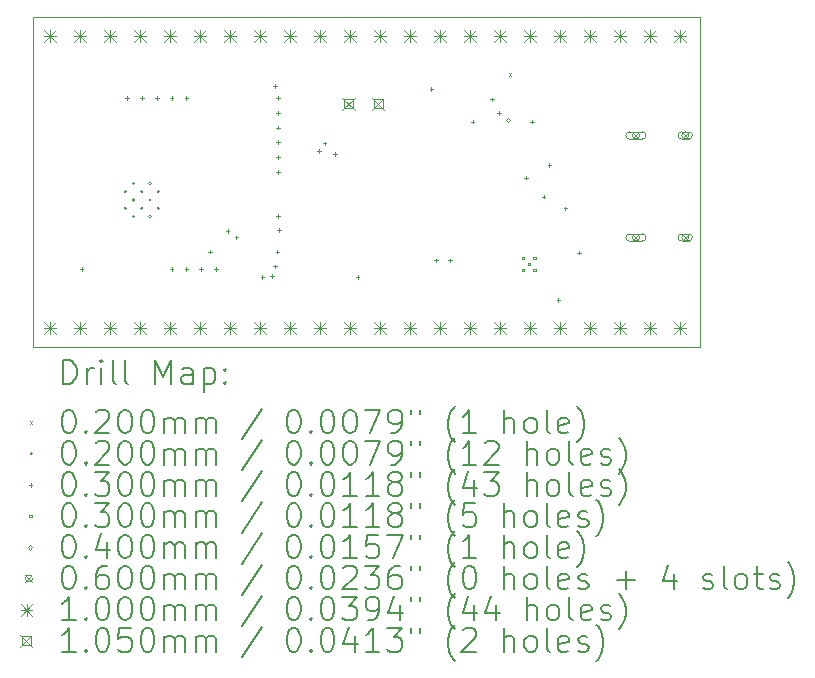
<source format=gbr>
%TF.GenerationSoftware,KiCad,Pcbnew,9.0.2*%
%TF.CreationDate,2025-11-10T16:04:40+08:00*%
%TF.ProjectId,TrlBoard,54726c42-6f61-4726-942e-6b696361645f,rev?*%
%TF.SameCoordinates,Original*%
%TF.FileFunction,Drillmap*%
%TF.FilePolarity,Positive*%
%FSLAX45Y45*%
G04 Gerber Fmt 4.5, Leading zero omitted, Abs format (unit mm)*
G04 Created by KiCad (PCBNEW 9.0.2) date 2025-11-10 16:04:40*
%MOMM*%
%LPD*%
G01*
G04 APERTURE LIST*
%ADD10C,0.050000*%
%ADD11C,0.200000*%
%ADD12C,0.100000*%
%ADD13C,0.105000*%
G04 APERTURE END LIST*
D10*
X19075000Y-8556000D02*
X19075000Y-8756000D01*
X13425000Y-8756000D02*
X13425000Y-5962000D01*
X18825000Y-5962000D02*
X13425000Y-5962000D01*
X19075000Y-8756000D02*
X13425000Y-8756000D01*
X19075000Y-5962000D02*
X19075000Y-8556000D01*
X18825000Y-5962000D02*
X19075000Y-5962000D01*
D11*
D12*
X17458500Y-6440100D02*
X17478500Y-6460100D01*
X17478500Y-6440100D02*
X17458500Y-6460100D01*
X14217000Y-7444000D02*
G75*
G02*
X14197000Y-7444000I-10000J0D01*
G01*
X14197000Y-7444000D02*
G75*
G02*
X14217000Y-7444000I10000J0D01*
G01*
X14217000Y-7584000D02*
G75*
G02*
X14197000Y-7584000I-10000J0D01*
G01*
X14197000Y-7584000D02*
G75*
G02*
X14217000Y-7584000I10000J0D01*
G01*
X14287000Y-7374000D02*
G75*
G02*
X14267000Y-7374000I-10000J0D01*
G01*
X14267000Y-7374000D02*
G75*
G02*
X14287000Y-7374000I10000J0D01*
G01*
X14287000Y-7514000D02*
G75*
G02*
X14267000Y-7514000I-10000J0D01*
G01*
X14267000Y-7514000D02*
G75*
G02*
X14287000Y-7514000I10000J0D01*
G01*
X14287000Y-7654000D02*
G75*
G02*
X14267000Y-7654000I-10000J0D01*
G01*
X14267000Y-7654000D02*
G75*
G02*
X14287000Y-7654000I10000J0D01*
G01*
X14357000Y-7444000D02*
G75*
G02*
X14337000Y-7444000I-10000J0D01*
G01*
X14337000Y-7444000D02*
G75*
G02*
X14357000Y-7444000I10000J0D01*
G01*
X14357000Y-7584000D02*
G75*
G02*
X14337000Y-7584000I-10000J0D01*
G01*
X14337000Y-7584000D02*
G75*
G02*
X14357000Y-7584000I10000J0D01*
G01*
X14427000Y-7374000D02*
G75*
G02*
X14407000Y-7374000I-10000J0D01*
G01*
X14407000Y-7374000D02*
G75*
G02*
X14427000Y-7374000I10000J0D01*
G01*
X14427000Y-7514000D02*
G75*
G02*
X14407000Y-7514000I-10000J0D01*
G01*
X14407000Y-7514000D02*
G75*
G02*
X14427000Y-7514000I10000J0D01*
G01*
X14427000Y-7654000D02*
G75*
G02*
X14407000Y-7654000I-10000J0D01*
G01*
X14407000Y-7654000D02*
G75*
G02*
X14427000Y-7654000I10000J0D01*
G01*
X14497000Y-7444000D02*
G75*
G02*
X14477000Y-7444000I-10000J0D01*
G01*
X14477000Y-7444000D02*
G75*
G02*
X14497000Y-7444000I10000J0D01*
G01*
X14497000Y-7584000D02*
G75*
G02*
X14477000Y-7584000I-10000J0D01*
G01*
X14477000Y-7584000D02*
G75*
G02*
X14497000Y-7584000I10000J0D01*
G01*
X13838000Y-8085000D02*
X13838000Y-8115000D01*
X13823000Y-8100000D02*
X13853000Y-8100000D01*
X14225000Y-6635000D02*
X14225000Y-6665000D01*
X14210000Y-6650000D02*
X14240000Y-6650000D01*
X14350000Y-6635000D02*
X14350000Y-6665000D01*
X14335000Y-6650000D02*
X14365000Y-6650000D01*
X14475000Y-6635000D02*
X14475000Y-6665000D01*
X14460000Y-6650000D02*
X14490000Y-6650000D01*
X14600000Y-6635000D02*
X14600000Y-6665000D01*
X14585000Y-6650000D02*
X14615000Y-6650000D01*
X14600000Y-8085000D02*
X14600000Y-8115000D01*
X14585000Y-8100000D02*
X14615000Y-8100000D01*
X14725000Y-6635000D02*
X14725000Y-6665000D01*
X14710000Y-6650000D02*
X14740000Y-6650000D01*
X14725000Y-8085000D02*
X14725000Y-8115000D01*
X14710000Y-8100000D02*
X14740000Y-8100000D01*
X14850000Y-8085000D02*
X14850000Y-8115000D01*
X14835000Y-8100000D02*
X14865000Y-8100000D01*
X14925000Y-7935000D02*
X14925000Y-7965000D01*
X14910000Y-7950000D02*
X14940000Y-7950000D01*
X14975000Y-8085000D02*
X14975000Y-8115000D01*
X14960000Y-8100000D02*
X14990000Y-8100000D01*
X15075000Y-7760000D02*
X15075000Y-7790000D01*
X15060000Y-7775000D02*
X15090000Y-7775000D01*
X15150000Y-7814900D02*
X15150000Y-7844900D01*
X15135000Y-7829900D02*
X15165000Y-7829900D01*
X15370352Y-8150000D02*
X15370352Y-8180000D01*
X15355352Y-8165000D02*
X15385352Y-8165000D01*
X15450000Y-8142500D02*
X15450000Y-8172500D01*
X15435000Y-8157500D02*
X15465000Y-8157500D01*
X15475000Y-6535000D02*
X15475000Y-6565000D01*
X15460000Y-6550000D02*
X15490000Y-6550000D01*
X15475000Y-8060000D02*
X15475000Y-8090000D01*
X15460000Y-8075000D02*
X15490000Y-8075000D01*
X15497000Y-7935000D02*
X15497000Y-7965000D01*
X15482000Y-7950000D02*
X15512000Y-7950000D01*
X15500000Y-6635000D02*
X15500000Y-6665000D01*
X15485000Y-6650000D02*
X15515000Y-6650000D01*
X15500000Y-6760000D02*
X15500000Y-6790000D01*
X15485000Y-6775000D02*
X15515000Y-6775000D01*
X15500000Y-6885000D02*
X15500000Y-6915000D01*
X15485000Y-6900000D02*
X15515000Y-6900000D01*
X15500000Y-7010000D02*
X15500000Y-7040000D01*
X15485000Y-7025000D02*
X15515000Y-7025000D01*
X15500000Y-7135000D02*
X15500000Y-7165000D01*
X15485000Y-7150000D02*
X15515000Y-7150000D01*
X15500000Y-7260000D02*
X15500000Y-7290000D01*
X15485000Y-7275000D02*
X15515000Y-7275000D01*
X15500000Y-7635000D02*
X15500000Y-7665000D01*
X15485000Y-7650000D02*
X15515000Y-7650000D01*
X15509379Y-7750521D02*
X15509379Y-7780521D01*
X15494379Y-7765521D02*
X15524379Y-7765521D01*
X15850000Y-7085000D02*
X15850000Y-7115000D01*
X15835000Y-7100000D02*
X15865000Y-7100000D01*
X15896499Y-7019901D02*
X15896499Y-7049901D01*
X15881499Y-7034901D02*
X15911499Y-7034901D01*
X15985000Y-7110000D02*
X15985000Y-7140000D01*
X15970000Y-7125000D02*
X16000000Y-7125000D01*
X16175000Y-8150000D02*
X16175000Y-8180000D01*
X16160000Y-8165000D02*
X16190000Y-8165000D01*
X16800000Y-6560000D02*
X16800000Y-6590000D01*
X16785000Y-6575000D02*
X16815000Y-6575000D01*
X16840000Y-8010000D02*
X16840000Y-8040000D01*
X16825000Y-8025000D02*
X16855000Y-8025000D01*
X16960000Y-8010000D02*
X16960000Y-8040000D01*
X16945000Y-8025000D02*
X16975000Y-8025000D01*
X17150000Y-6835000D02*
X17150000Y-6865000D01*
X17135000Y-6850000D02*
X17165000Y-6850000D01*
X17315000Y-6646100D02*
X17315000Y-6676100D01*
X17300000Y-6661100D02*
X17330000Y-6661100D01*
X17375000Y-6760100D02*
X17375000Y-6790100D01*
X17360000Y-6775100D02*
X17390000Y-6775100D01*
X17600000Y-7310000D02*
X17600000Y-7340000D01*
X17585000Y-7325000D02*
X17615000Y-7325000D01*
X17650000Y-6835100D02*
X17650000Y-6865100D01*
X17635000Y-6850100D02*
X17665000Y-6850100D01*
X17750000Y-7470100D02*
X17750000Y-7500100D01*
X17735000Y-7485100D02*
X17765000Y-7485100D01*
X17800000Y-7204600D02*
X17800000Y-7234600D01*
X17785000Y-7219600D02*
X17815000Y-7219600D01*
X17875000Y-8347200D02*
X17875000Y-8377200D01*
X17860000Y-8362200D02*
X17890000Y-8362200D01*
X17935500Y-7570600D02*
X17935500Y-7600600D01*
X17920500Y-7585600D02*
X17950500Y-7585600D01*
X18050000Y-7945100D02*
X18050000Y-7975100D01*
X18035000Y-7960100D02*
X18065000Y-7960100D01*
X17585607Y-8016707D02*
X17585607Y-7995493D01*
X17564393Y-7995493D01*
X17564393Y-8016707D01*
X17585607Y-8016707D01*
X17585607Y-8116707D02*
X17585607Y-8095493D01*
X17564393Y-8095493D01*
X17564393Y-8116707D01*
X17585607Y-8116707D01*
X17635607Y-8066707D02*
X17635607Y-8045493D01*
X17614393Y-8045493D01*
X17614393Y-8066707D01*
X17635607Y-8066707D01*
X17685607Y-8016707D02*
X17685607Y-7995493D01*
X17664393Y-7995493D01*
X17664393Y-8016707D01*
X17685607Y-8016707D01*
X17685607Y-8116707D02*
X17685607Y-8095493D01*
X17664393Y-8095493D01*
X17664393Y-8116707D01*
X17685607Y-8116707D01*
X17450000Y-6856810D02*
X17470000Y-6836810D01*
X17450000Y-6816810D01*
X17430000Y-6836810D01*
X17450000Y-6856810D01*
X18502000Y-6937100D02*
X18562000Y-6997100D01*
X18562000Y-6937100D02*
X18502000Y-6997100D01*
X18562000Y-6967100D02*
G75*
G02*
X18502000Y-6967100I-30000J0D01*
G01*
X18502000Y-6967100D02*
G75*
G02*
X18562000Y-6967100I30000J0D01*
G01*
X18477000Y-6997100D02*
X18587000Y-6997100D01*
X18587000Y-6937100D02*
G75*
G02*
X18587000Y-6997100I0J-30000D01*
G01*
X18587000Y-6937100D02*
X18477000Y-6937100D01*
X18477000Y-6937100D02*
G75*
G03*
X18477000Y-6997100I0J-30000D01*
G01*
X18502000Y-7801100D02*
X18562000Y-7861100D01*
X18562000Y-7801100D02*
X18502000Y-7861100D01*
X18562000Y-7831100D02*
G75*
G02*
X18502000Y-7831100I-30000J0D01*
G01*
X18502000Y-7831100D02*
G75*
G02*
X18562000Y-7831100I30000J0D01*
G01*
X18477000Y-7861100D02*
X18587000Y-7861100D01*
X18587000Y-7801100D02*
G75*
G02*
X18587000Y-7861100I0J-30000D01*
G01*
X18587000Y-7801100D02*
X18477000Y-7801100D01*
X18477000Y-7801100D02*
G75*
G03*
X18477000Y-7861100I0J-30000D01*
G01*
X18920000Y-6937100D02*
X18980000Y-6997100D01*
X18980000Y-6937100D02*
X18920000Y-6997100D01*
X18980000Y-6967100D02*
G75*
G02*
X18920000Y-6967100I-30000J0D01*
G01*
X18920000Y-6967100D02*
G75*
G02*
X18980000Y-6967100I30000J0D01*
G01*
X18920000Y-6997100D02*
X18980000Y-6997100D01*
X18980000Y-6937100D02*
G75*
G02*
X18980000Y-6997100I0J-30000D01*
G01*
X18980000Y-6937100D02*
X18920000Y-6937100D01*
X18920000Y-6937100D02*
G75*
G03*
X18920000Y-6997100I0J-30000D01*
G01*
X18920000Y-7801100D02*
X18980000Y-7861100D01*
X18980000Y-7801100D02*
X18920000Y-7861100D01*
X18980000Y-7831100D02*
G75*
G02*
X18920000Y-7831100I-30000J0D01*
G01*
X18920000Y-7831100D02*
G75*
G02*
X18980000Y-7831100I30000J0D01*
G01*
X18920000Y-7861100D02*
X18980000Y-7861100D01*
X18980000Y-7801100D02*
G75*
G02*
X18980000Y-7861100I0J-30000D01*
G01*
X18980000Y-7801100D02*
X18920000Y-7801100D01*
X18920000Y-7801100D02*
G75*
G03*
X18920000Y-7861100I0J-30000D01*
G01*
X13524000Y-6073000D02*
X13624000Y-6173000D01*
X13624000Y-6073000D02*
X13524000Y-6173000D01*
X13574000Y-6073000D02*
X13574000Y-6173000D01*
X13524000Y-6123000D02*
X13624000Y-6123000D01*
X13524000Y-8545000D02*
X13624000Y-8645000D01*
X13624000Y-8545000D02*
X13524000Y-8645000D01*
X13574000Y-8545000D02*
X13574000Y-8645000D01*
X13524000Y-8595000D02*
X13624000Y-8595000D01*
X13778000Y-6073000D02*
X13878000Y-6173000D01*
X13878000Y-6073000D02*
X13778000Y-6173000D01*
X13828000Y-6073000D02*
X13828000Y-6173000D01*
X13778000Y-6123000D02*
X13878000Y-6123000D01*
X13778000Y-8545000D02*
X13878000Y-8645000D01*
X13878000Y-8545000D02*
X13778000Y-8645000D01*
X13828000Y-8545000D02*
X13828000Y-8645000D01*
X13778000Y-8595000D02*
X13878000Y-8595000D01*
X14032000Y-6073000D02*
X14132000Y-6173000D01*
X14132000Y-6073000D02*
X14032000Y-6173000D01*
X14082000Y-6073000D02*
X14082000Y-6173000D01*
X14032000Y-6123000D02*
X14132000Y-6123000D01*
X14032000Y-8545000D02*
X14132000Y-8645000D01*
X14132000Y-8545000D02*
X14032000Y-8645000D01*
X14082000Y-8545000D02*
X14082000Y-8645000D01*
X14032000Y-8595000D02*
X14132000Y-8595000D01*
X14286000Y-6073000D02*
X14386000Y-6173000D01*
X14386000Y-6073000D02*
X14286000Y-6173000D01*
X14336000Y-6073000D02*
X14336000Y-6173000D01*
X14286000Y-6123000D02*
X14386000Y-6123000D01*
X14286000Y-8545000D02*
X14386000Y-8645000D01*
X14386000Y-8545000D02*
X14286000Y-8645000D01*
X14336000Y-8545000D02*
X14336000Y-8645000D01*
X14286000Y-8595000D02*
X14386000Y-8595000D01*
X14540000Y-6073000D02*
X14640000Y-6173000D01*
X14640000Y-6073000D02*
X14540000Y-6173000D01*
X14590000Y-6073000D02*
X14590000Y-6173000D01*
X14540000Y-6123000D02*
X14640000Y-6123000D01*
X14540000Y-8545000D02*
X14640000Y-8645000D01*
X14640000Y-8545000D02*
X14540000Y-8645000D01*
X14590000Y-8545000D02*
X14590000Y-8645000D01*
X14540000Y-8595000D02*
X14640000Y-8595000D01*
X14794000Y-6073000D02*
X14894000Y-6173000D01*
X14894000Y-6073000D02*
X14794000Y-6173000D01*
X14844000Y-6073000D02*
X14844000Y-6173000D01*
X14794000Y-6123000D02*
X14894000Y-6123000D01*
X14794000Y-8545000D02*
X14894000Y-8645000D01*
X14894000Y-8545000D02*
X14794000Y-8645000D01*
X14844000Y-8545000D02*
X14844000Y-8645000D01*
X14794000Y-8595000D02*
X14894000Y-8595000D01*
X15048000Y-6073000D02*
X15148000Y-6173000D01*
X15148000Y-6073000D02*
X15048000Y-6173000D01*
X15098000Y-6073000D02*
X15098000Y-6173000D01*
X15048000Y-6123000D02*
X15148000Y-6123000D01*
X15048000Y-8545000D02*
X15148000Y-8645000D01*
X15148000Y-8545000D02*
X15048000Y-8645000D01*
X15098000Y-8545000D02*
X15098000Y-8645000D01*
X15048000Y-8595000D02*
X15148000Y-8595000D01*
X15302000Y-6073000D02*
X15402000Y-6173000D01*
X15402000Y-6073000D02*
X15302000Y-6173000D01*
X15352000Y-6073000D02*
X15352000Y-6173000D01*
X15302000Y-6123000D02*
X15402000Y-6123000D01*
X15302000Y-8545000D02*
X15402000Y-8645000D01*
X15402000Y-8545000D02*
X15302000Y-8645000D01*
X15352000Y-8545000D02*
X15352000Y-8645000D01*
X15302000Y-8595000D02*
X15402000Y-8595000D01*
X15556000Y-6073000D02*
X15656000Y-6173000D01*
X15656000Y-6073000D02*
X15556000Y-6173000D01*
X15606000Y-6073000D02*
X15606000Y-6173000D01*
X15556000Y-6123000D02*
X15656000Y-6123000D01*
X15556000Y-8545000D02*
X15656000Y-8645000D01*
X15656000Y-8545000D02*
X15556000Y-8645000D01*
X15606000Y-8545000D02*
X15606000Y-8645000D01*
X15556000Y-8595000D02*
X15656000Y-8595000D01*
X15810000Y-6073000D02*
X15910000Y-6173000D01*
X15910000Y-6073000D02*
X15810000Y-6173000D01*
X15860000Y-6073000D02*
X15860000Y-6173000D01*
X15810000Y-6123000D02*
X15910000Y-6123000D01*
X15810000Y-8545000D02*
X15910000Y-8645000D01*
X15910000Y-8545000D02*
X15810000Y-8645000D01*
X15860000Y-8545000D02*
X15860000Y-8645000D01*
X15810000Y-8595000D02*
X15910000Y-8595000D01*
X16064000Y-6073000D02*
X16164000Y-6173000D01*
X16164000Y-6073000D02*
X16064000Y-6173000D01*
X16114000Y-6073000D02*
X16114000Y-6173000D01*
X16064000Y-6123000D02*
X16164000Y-6123000D01*
X16064000Y-8545000D02*
X16164000Y-8645000D01*
X16164000Y-8545000D02*
X16064000Y-8645000D01*
X16114000Y-8545000D02*
X16114000Y-8645000D01*
X16064000Y-8595000D02*
X16164000Y-8595000D01*
X16318000Y-6073000D02*
X16418000Y-6173000D01*
X16418000Y-6073000D02*
X16318000Y-6173000D01*
X16368000Y-6073000D02*
X16368000Y-6173000D01*
X16318000Y-6123000D02*
X16418000Y-6123000D01*
X16318000Y-8545000D02*
X16418000Y-8645000D01*
X16418000Y-8545000D02*
X16318000Y-8645000D01*
X16368000Y-8545000D02*
X16368000Y-8645000D01*
X16318000Y-8595000D02*
X16418000Y-8595000D01*
X16572000Y-6073000D02*
X16672000Y-6173000D01*
X16672000Y-6073000D02*
X16572000Y-6173000D01*
X16622000Y-6073000D02*
X16622000Y-6173000D01*
X16572000Y-6123000D02*
X16672000Y-6123000D01*
X16572000Y-8545000D02*
X16672000Y-8645000D01*
X16672000Y-8545000D02*
X16572000Y-8645000D01*
X16622000Y-8545000D02*
X16622000Y-8645000D01*
X16572000Y-8595000D02*
X16672000Y-8595000D01*
X16826000Y-6073000D02*
X16926000Y-6173000D01*
X16926000Y-6073000D02*
X16826000Y-6173000D01*
X16876000Y-6073000D02*
X16876000Y-6173000D01*
X16826000Y-6123000D02*
X16926000Y-6123000D01*
X16826000Y-8545000D02*
X16926000Y-8645000D01*
X16926000Y-8545000D02*
X16826000Y-8645000D01*
X16876000Y-8545000D02*
X16876000Y-8645000D01*
X16826000Y-8595000D02*
X16926000Y-8595000D01*
X17080000Y-6073000D02*
X17180000Y-6173000D01*
X17180000Y-6073000D02*
X17080000Y-6173000D01*
X17130000Y-6073000D02*
X17130000Y-6173000D01*
X17080000Y-6123000D02*
X17180000Y-6123000D01*
X17080000Y-8545000D02*
X17180000Y-8645000D01*
X17180000Y-8545000D02*
X17080000Y-8645000D01*
X17130000Y-8545000D02*
X17130000Y-8645000D01*
X17080000Y-8595000D02*
X17180000Y-8595000D01*
X17334000Y-6073000D02*
X17434000Y-6173000D01*
X17434000Y-6073000D02*
X17334000Y-6173000D01*
X17384000Y-6073000D02*
X17384000Y-6173000D01*
X17334000Y-6123000D02*
X17434000Y-6123000D01*
X17334000Y-8545000D02*
X17434000Y-8645000D01*
X17434000Y-8545000D02*
X17334000Y-8645000D01*
X17384000Y-8545000D02*
X17384000Y-8645000D01*
X17334000Y-8595000D02*
X17434000Y-8595000D01*
X17588000Y-6073000D02*
X17688000Y-6173000D01*
X17688000Y-6073000D02*
X17588000Y-6173000D01*
X17638000Y-6073000D02*
X17638000Y-6173000D01*
X17588000Y-6123000D02*
X17688000Y-6123000D01*
X17588000Y-8545000D02*
X17688000Y-8645000D01*
X17688000Y-8545000D02*
X17588000Y-8645000D01*
X17638000Y-8545000D02*
X17638000Y-8645000D01*
X17588000Y-8595000D02*
X17688000Y-8595000D01*
X17842000Y-6073000D02*
X17942000Y-6173000D01*
X17942000Y-6073000D02*
X17842000Y-6173000D01*
X17892000Y-6073000D02*
X17892000Y-6173000D01*
X17842000Y-6123000D02*
X17942000Y-6123000D01*
X17842000Y-8545000D02*
X17942000Y-8645000D01*
X17942000Y-8545000D02*
X17842000Y-8645000D01*
X17892000Y-8545000D02*
X17892000Y-8645000D01*
X17842000Y-8595000D02*
X17942000Y-8595000D01*
X18096000Y-6073000D02*
X18196000Y-6173000D01*
X18196000Y-6073000D02*
X18096000Y-6173000D01*
X18146000Y-6073000D02*
X18146000Y-6173000D01*
X18096000Y-6123000D02*
X18196000Y-6123000D01*
X18096000Y-8545000D02*
X18196000Y-8645000D01*
X18196000Y-8545000D02*
X18096000Y-8645000D01*
X18146000Y-8545000D02*
X18146000Y-8645000D01*
X18096000Y-8595000D02*
X18196000Y-8595000D01*
X18350000Y-6073000D02*
X18450000Y-6173000D01*
X18450000Y-6073000D02*
X18350000Y-6173000D01*
X18400000Y-6073000D02*
X18400000Y-6173000D01*
X18350000Y-6123000D02*
X18450000Y-6123000D01*
X18350000Y-8545000D02*
X18450000Y-8645000D01*
X18450000Y-8545000D02*
X18350000Y-8645000D01*
X18400000Y-8545000D02*
X18400000Y-8645000D01*
X18350000Y-8595000D02*
X18450000Y-8595000D01*
X18604000Y-6073000D02*
X18704000Y-6173000D01*
X18704000Y-6073000D02*
X18604000Y-6173000D01*
X18654000Y-6073000D02*
X18654000Y-6173000D01*
X18604000Y-6123000D02*
X18704000Y-6123000D01*
X18604000Y-8545000D02*
X18704000Y-8645000D01*
X18704000Y-8545000D02*
X18604000Y-8645000D01*
X18654000Y-8545000D02*
X18654000Y-8645000D01*
X18604000Y-8595000D02*
X18704000Y-8595000D01*
X18858000Y-6073000D02*
X18958000Y-6173000D01*
X18958000Y-6073000D02*
X18858000Y-6173000D01*
X18908000Y-6073000D02*
X18908000Y-6173000D01*
X18858000Y-6123000D02*
X18958000Y-6123000D01*
X18858000Y-8545000D02*
X18958000Y-8645000D01*
X18958000Y-8545000D02*
X18858000Y-8645000D01*
X18908000Y-8545000D02*
X18908000Y-8645000D01*
X18858000Y-8595000D02*
X18958000Y-8595000D01*
D13*
X16047500Y-6647500D02*
X16152500Y-6752500D01*
X16152500Y-6647500D02*
X16047500Y-6752500D01*
X16137123Y-6737123D02*
X16137123Y-6662876D01*
X16062876Y-6662876D01*
X16062876Y-6737123D01*
X16137123Y-6737123D01*
X16297500Y-6647500D02*
X16402500Y-6752500D01*
X16402500Y-6647500D02*
X16297500Y-6752500D01*
X16387123Y-6737123D02*
X16387123Y-6662876D01*
X16312876Y-6662876D01*
X16312876Y-6737123D01*
X16387123Y-6737123D01*
D11*
X13683277Y-9069984D02*
X13683277Y-8869984D01*
X13683277Y-8869984D02*
X13730896Y-8869984D01*
X13730896Y-8869984D02*
X13759467Y-8879508D01*
X13759467Y-8879508D02*
X13778515Y-8898555D01*
X13778515Y-8898555D02*
X13788039Y-8917603D01*
X13788039Y-8917603D02*
X13797562Y-8955698D01*
X13797562Y-8955698D02*
X13797562Y-8984270D01*
X13797562Y-8984270D02*
X13788039Y-9022365D01*
X13788039Y-9022365D02*
X13778515Y-9041412D01*
X13778515Y-9041412D02*
X13759467Y-9060460D01*
X13759467Y-9060460D02*
X13730896Y-9069984D01*
X13730896Y-9069984D02*
X13683277Y-9069984D01*
X13883277Y-9069984D02*
X13883277Y-8936650D01*
X13883277Y-8974746D02*
X13892801Y-8955698D01*
X13892801Y-8955698D02*
X13902324Y-8946174D01*
X13902324Y-8946174D02*
X13921372Y-8936650D01*
X13921372Y-8936650D02*
X13940420Y-8936650D01*
X14007086Y-9069984D02*
X14007086Y-8936650D01*
X14007086Y-8869984D02*
X13997562Y-8879508D01*
X13997562Y-8879508D02*
X14007086Y-8889031D01*
X14007086Y-8889031D02*
X14016610Y-8879508D01*
X14016610Y-8879508D02*
X14007086Y-8869984D01*
X14007086Y-8869984D02*
X14007086Y-8889031D01*
X14130896Y-9069984D02*
X14111848Y-9060460D01*
X14111848Y-9060460D02*
X14102324Y-9041412D01*
X14102324Y-9041412D02*
X14102324Y-8869984D01*
X14235658Y-9069984D02*
X14216610Y-9060460D01*
X14216610Y-9060460D02*
X14207086Y-9041412D01*
X14207086Y-9041412D02*
X14207086Y-8869984D01*
X14464229Y-9069984D02*
X14464229Y-8869984D01*
X14464229Y-8869984D02*
X14530896Y-9012841D01*
X14530896Y-9012841D02*
X14597562Y-8869984D01*
X14597562Y-8869984D02*
X14597562Y-9069984D01*
X14778515Y-9069984D02*
X14778515Y-8965222D01*
X14778515Y-8965222D02*
X14768991Y-8946174D01*
X14768991Y-8946174D02*
X14749943Y-8936650D01*
X14749943Y-8936650D02*
X14711848Y-8936650D01*
X14711848Y-8936650D02*
X14692801Y-8946174D01*
X14778515Y-9060460D02*
X14759467Y-9069984D01*
X14759467Y-9069984D02*
X14711848Y-9069984D01*
X14711848Y-9069984D02*
X14692801Y-9060460D01*
X14692801Y-9060460D02*
X14683277Y-9041412D01*
X14683277Y-9041412D02*
X14683277Y-9022365D01*
X14683277Y-9022365D02*
X14692801Y-9003317D01*
X14692801Y-9003317D02*
X14711848Y-8993793D01*
X14711848Y-8993793D02*
X14759467Y-8993793D01*
X14759467Y-8993793D02*
X14778515Y-8984270D01*
X14873753Y-8936650D02*
X14873753Y-9136650D01*
X14873753Y-8946174D02*
X14892801Y-8936650D01*
X14892801Y-8936650D02*
X14930896Y-8936650D01*
X14930896Y-8936650D02*
X14949943Y-8946174D01*
X14949943Y-8946174D02*
X14959467Y-8955698D01*
X14959467Y-8955698D02*
X14968991Y-8974746D01*
X14968991Y-8974746D02*
X14968991Y-9031889D01*
X14968991Y-9031889D02*
X14959467Y-9050936D01*
X14959467Y-9050936D02*
X14949943Y-9060460D01*
X14949943Y-9060460D02*
X14930896Y-9069984D01*
X14930896Y-9069984D02*
X14892801Y-9069984D01*
X14892801Y-9069984D02*
X14873753Y-9060460D01*
X15054705Y-9050936D02*
X15064229Y-9060460D01*
X15064229Y-9060460D02*
X15054705Y-9069984D01*
X15054705Y-9069984D02*
X15045182Y-9060460D01*
X15045182Y-9060460D02*
X15054705Y-9050936D01*
X15054705Y-9050936D02*
X15054705Y-9069984D01*
X15054705Y-8946174D02*
X15064229Y-8955698D01*
X15064229Y-8955698D02*
X15054705Y-8965222D01*
X15054705Y-8965222D02*
X15045182Y-8955698D01*
X15045182Y-8955698D02*
X15054705Y-8946174D01*
X15054705Y-8946174D02*
X15054705Y-8965222D01*
D12*
X13402500Y-9388500D02*
X13422500Y-9408500D01*
X13422500Y-9388500D02*
X13402500Y-9408500D01*
D11*
X13721372Y-9289984D02*
X13740420Y-9289984D01*
X13740420Y-9289984D02*
X13759467Y-9299508D01*
X13759467Y-9299508D02*
X13768991Y-9309031D01*
X13768991Y-9309031D02*
X13778515Y-9328079D01*
X13778515Y-9328079D02*
X13788039Y-9366174D01*
X13788039Y-9366174D02*
X13788039Y-9413793D01*
X13788039Y-9413793D02*
X13778515Y-9451889D01*
X13778515Y-9451889D02*
X13768991Y-9470936D01*
X13768991Y-9470936D02*
X13759467Y-9480460D01*
X13759467Y-9480460D02*
X13740420Y-9489984D01*
X13740420Y-9489984D02*
X13721372Y-9489984D01*
X13721372Y-9489984D02*
X13702324Y-9480460D01*
X13702324Y-9480460D02*
X13692801Y-9470936D01*
X13692801Y-9470936D02*
X13683277Y-9451889D01*
X13683277Y-9451889D02*
X13673753Y-9413793D01*
X13673753Y-9413793D02*
X13673753Y-9366174D01*
X13673753Y-9366174D02*
X13683277Y-9328079D01*
X13683277Y-9328079D02*
X13692801Y-9309031D01*
X13692801Y-9309031D02*
X13702324Y-9299508D01*
X13702324Y-9299508D02*
X13721372Y-9289984D01*
X13873753Y-9470936D02*
X13883277Y-9480460D01*
X13883277Y-9480460D02*
X13873753Y-9489984D01*
X13873753Y-9489984D02*
X13864229Y-9480460D01*
X13864229Y-9480460D02*
X13873753Y-9470936D01*
X13873753Y-9470936D02*
X13873753Y-9489984D01*
X13959467Y-9309031D02*
X13968991Y-9299508D01*
X13968991Y-9299508D02*
X13988039Y-9289984D01*
X13988039Y-9289984D02*
X14035658Y-9289984D01*
X14035658Y-9289984D02*
X14054705Y-9299508D01*
X14054705Y-9299508D02*
X14064229Y-9309031D01*
X14064229Y-9309031D02*
X14073753Y-9328079D01*
X14073753Y-9328079D02*
X14073753Y-9347127D01*
X14073753Y-9347127D02*
X14064229Y-9375698D01*
X14064229Y-9375698D02*
X13949943Y-9489984D01*
X13949943Y-9489984D02*
X14073753Y-9489984D01*
X14197562Y-9289984D02*
X14216610Y-9289984D01*
X14216610Y-9289984D02*
X14235658Y-9299508D01*
X14235658Y-9299508D02*
X14245182Y-9309031D01*
X14245182Y-9309031D02*
X14254705Y-9328079D01*
X14254705Y-9328079D02*
X14264229Y-9366174D01*
X14264229Y-9366174D02*
X14264229Y-9413793D01*
X14264229Y-9413793D02*
X14254705Y-9451889D01*
X14254705Y-9451889D02*
X14245182Y-9470936D01*
X14245182Y-9470936D02*
X14235658Y-9480460D01*
X14235658Y-9480460D02*
X14216610Y-9489984D01*
X14216610Y-9489984D02*
X14197562Y-9489984D01*
X14197562Y-9489984D02*
X14178515Y-9480460D01*
X14178515Y-9480460D02*
X14168991Y-9470936D01*
X14168991Y-9470936D02*
X14159467Y-9451889D01*
X14159467Y-9451889D02*
X14149943Y-9413793D01*
X14149943Y-9413793D02*
X14149943Y-9366174D01*
X14149943Y-9366174D02*
X14159467Y-9328079D01*
X14159467Y-9328079D02*
X14168991Y-9309031D01*
X14168991Y-9309031D02*
X14178515Y-9299508D01*
X14178515Y-9299508D02*
X14197562Y-9289984D01*
X14388039Y-9289984D02*
X14407086Y-9289984D01*
X14407086Y-9289984D02*
X14426134Y-9299508D01*
X14426134Y-9299508D02*
X14435658Y-9309031D01*
X14435658Y-9309031D02*
X14445182Y-9328079D01*
X14445182Y-9328079D02*
X14454705Y-9366174D01*
X14454705Y-9366174D02*
X14454705Y-9413793D01*
X14454705Y-9413793D02*
X14445182Y-9451889D01*
X14445182Y-9451889D02*
X14435658Y-9470936D01*
X14435658Y-9470936D02*
X14426134Y-9480460D01*
X14426134Y-9480460D02*
X14407086Y-9489984D01*
X14407086Y-9489984D02*
X14388039Y-9489984D01*
X14388039Y-9489984D02*
X14368991Y-9480460D01*
X14368991Y-9480460D02*
X14359467Y-9470936D01*
X14359467Y-9470936D02*
X14349943Y-9451889D01*
X14349943Y-9451889D02*
X14340420Y-9413793D01*
X14340420Y-9413793D02*
X14340420Y-9366174D01*
X14340420Y-9366174D02*
X14349943Y-9328079D01*
X14349943Y-9328079D02*
X14359467Y-9309031D01*
X14359467Y-9309031D02*
X14368991Y-9299508D01*
X14368991Y-9299508D02*
X14388039Y-9289984D01*
X14540420Y-9489984D02*
X14540420Y-9356650D01*
X14540420Y-9375698D02*
X14549943Y-9366174D01*
X14549943Y-9366174D02*
X14568991Y-9356650D01*
X14568991Y-9356650D02*
X14597563Y-9356650D01*
X14597563Y-9356650D02*
X14616610Y-9366174D01*
X14616610Y-9366174D02*
X14626134Y-9385222D01*
X14626134Y-9385222D02*
X14626134Y-9489984D01*
X14626134Y-9385222D02*
X14635658Y-9366174D01*
X14635658Y-9366174D02*
X14654705Y-9356650D01*
X14654705Y-9356650D02*
X14683277Y-9356650D01*
X14683277Y-9356650D02*
X14702324Y-9366174D01*
X14702324Y-9366174D02*
X14711848Y-9385222D01*
X14711848Y-9385222D02*
X14711848Y-9489984D01*
X14807086Y-9489984D02*
X14807086Y-9356650D01*
X14807086Y-9375698D02*
X14816610Y-9366174D01*
X14816610Y-9366174D02*
X14835658Y-9356650D01*
X14835658Y-9356650D02*
X14864229Y-9356650D01*
X14864229Y-9356650D02*
X14883277Y-9366174D01*
X14883277Y-9366174D02*
X14892801Y-9385222D01*
X14892801Y-9385222D02*
X14892801Y-9489984D01*
X14892801Y-9385222D02*
X14902324Y-9366174D01*
X14902324Y-9366174D02*
X14921372Y-9356650D01*
X14921372Y-9356650D02*
X14949943Y-9356650D01*
X14949943Y-9356650D02*
X14968991Y-9366174D01*
X14968991Y-9366174D02*
X14978515Y-9385222D01*
X14978515Y-9385222D02*
X14978515Y-9489984D01*
X15368991Y-9280460D02*
X15197563Y-9537603D01*
X15626134Y-9289984D02*
X15645182Y-9289984D01*
X15645182Y-9289984D02*
X15664229Y-9299508D01*
X15664229Y-9299508D02*
X15673753Y-9309031D01*
X15673753Y-9309031D02*
X15683277Y-9328079D01*
X15683277Y-9328079D02*
X15692801Y-9366174D01*
X15692801Y-9366174D02*
X15692801Y-9413793D01*
X15692801Y-9413793D02*
X15683277Y-9451889D01*
X15683277Y-9451889D02*
X15673753Y-9470936D01*
X15673753Y-9470936D02*
X15664229Y-9480460D01*
X15664229Y-9480460D02*
X15645182Y-9489984D01*
X15645182Y-9489984D02*
X15626134Y-9489984D01*
X15626134Y-9489984D02*
X15607086Y-9480460D01*
X15607086Y-9480460D02*
X15597563Y-9470936D01*
X15597563Y-9470936D02*
X15588039Y-9451889D01*
X15588039Y-9451889D02*
X15578515Y-9413793D01*
X15578515Y-9413793D02*
X15578515Y-9366174D01*
X15578515Y-9366174D02*
X15588039Y-9328079D01*
X15588039Y-9328079D02*
X15597563Y-9309031D01*
X15597563Y-9309031D02*
X15607086Y-9299508D01*
X15607086Y-9299508D02*
X15626134Y-9289984D01*
X15778515Y-9470936D02*
X15788039Y-9480460D01*
X15788039Y-9480460D02*
X15778515Y-9489984D01*
X15778515Y-9489984D02*
X15768991Y-9480460D01*
X15768991Y-9480460D02*
X15778515Y-9470936D01*
X15778515Y-9470936D02*
X15778515Y-9489984D01*
X15911848Y-9289984D02*
X15930896Y-9289984D01*
X15930896Y-9289984D02*
X15949944Y-9299508D01*
X15949944Y-9299508D02*
X15959467Y-9309031D01*
X15959467Y-9309031D02*
X15968991Y-9328079D01*
X15968991Y-9328079D02*
X15978515Y-9366174D01*
X15978515Y-9366174D02*
X15978515Y-9413793D01*
X15978515Y-9413793D02*
X15968991Y-9451889D01*
X15968991Y-9451889D02*
X15959467Y-9470936D01*
X15959467Y-9470936D02*
X15949944Y-9480460D01*
X15949944Y-9480460D02*
X15930896Y-9489984D01*
X15930896Y-9489984D02*
X15911848Y-9489984D01*
X15911848Y-9489984D02*
X15892801Y-9480460D01*
X15892801Y-9480460D02*
X15883277Y-9470936D01*
X15883277Y-9470936D02*
X15873753Y-9451889D01*
X15873753Y-9451889D02*
X15864229Y-9413793D01*
X15864229Y-9413793D02*
X15864229Y-9366174D01*
X15864229Y-9366174D02*
X15873753Y-9328079D01*
X15873753Y-9328079D02*
X15883277Y-9309031D01*
X15883277Y-9309031D02*
X15892801Y-9299508D01*
X15892801Y-9299508D02*
X15911848Y-9289984D01*
X16102325Y-9289984D02*
X16121372Y-9289984D01*
X16121372Y-9289984D02*
X16140420Y-9299508D01*
X16140420Y-9299508D02*
X16149944Y-9309031D01*
X16149944Y-9309031D02*
X16159467Y-9328079D01*
X16159467Y-9328079D02*
X16168991Y-9366174D01*
X16168991Y-9366174D02*
X16168991Y-9413793D01*
X16168991Y-9413793D02*
X16159467Y-9451889D01*
X16159467Y-9451889D02*
X16149944Y-9470936D01*
X16149944Y-9470936D02*
X16140420Y-9480460D01*
X16140420Y-9480460D02*
X16121372Y-9489984D01*
X16121372Y-9489984D02*
X16102325Y-9489984D01*
X16102325Y-9489984D02*
X16083277Y-9480460D01*
X16083277Y-9480460D02*
X16073753Y-9470936D01*
X16073753Y-9470936D02*
X16064229Y-9451889D01*
X16064229Y-9451889D02*
X16054706Y-9413793D01*
X16054706Y-9413793D02*
X16054706Y-9366174D01*
X16054706Y-9366174D02*
X16064229Y-9328079D01*
X16064229Y-9328079D02*
X16073753Y-9309031D01*
X16073753Y-9309031D02*
X16083277Y-9299508D01*
X16083277Y-9299508D02*
X16102325Y-9289984D01*
X16235658Y-9289984D02*
X16368991Y-9289984D01*
X16368991Y-9289984D02*
X16283277Y-9489984D01*
X16454706Y-9489984D02*
X16492801Y-9489984D01*
X16492801Y-9489984D02*
X16511848Y-9480460D01*
X16511848Y-9480460D02*
X16521372Y-9470936D01*
X16521372Y-9470936D02*
X16540420Y-9442365D01*
X16540420Y-9442365D02*
X16549944Y-9404270D01*
X16549944Y-9404270D02*
X16549944Y-9328079D01*
X16549944Y-9328079D02*
X16540420Y-9309031D01*
X16540420Y-9309031D02*
X16530896Y-9299508D01*
X16530896Y-9299508D02*
X16511848Y-9289984D01*
X16511848Y-9289984D02*
X16473753Y-9289984D01*
X16473753Y-9289984D02*
X16454706Y-9299508D01*
X16454706Y-9299508D02*
X16445182Y-9309031D01*
X16445182Y-9309031D02*
X16435658Y-9328079D01*
X16435658Y-9328079D02*
X16435658Y-9375698D01*
X16435658Y-9375698D02*
X16445182Y-9394746D01*
X16445182Y-9394746D02*
X16454706Y-9404270D01*
X16454706Y-9404270D02*
X16473753Y-9413793D01*
X16473753Y-9413793D02*
X16511848Y-9413793D01*
X16511848Y-9413793D02*
X16530896Y-9404270D01*
X16530896Y-9404270D02*
X16540420Y-9394746D01*
X16540420Y-9394746D02*
X16549944Y-9375698D01*
X16626134Y-9289984D02*
X16626134Y-9328079D01*
X16702325Y-9289984D02*
X16702325Y-9328079D01*
X16997563Y-9566174D02*
X16988039Y-9556650D01*
X16988039Y-9556650D02*
X16968991Y-9528079D01*
X16968991Y-9528079D02*
X16959468Y-9509031D01*
X16959468Y-9509031D02*
X16949944Y-9480460D01*
X16949944Y-9480460D02*
X16940420Y-9432841D01*
X16940420Y-9432841D02*
X16940420Y-9394746D01*
X16940420Y-9394746D02*
X16949944Y-9347127D01*
X16949944Y-9347127D02*
X16959468Y-9318555D01*
X16959468Y-9318555D02*
X16968991Y-9299508D01*
X16968991Y-9299508D02*
X16988039Y-9270936D01*
X16988039Y-9270936D02*
X16997563Y-9261412D01*
X17178515Y-9489984D02*
X17064230Y-9489984D01*
X17121372Y-9489984D02*
X17121372Y-9289984D01*
X17121372Y-9289984D02*
X17102325Y-9318555D01*
X17102325Y-9318555D02*
X17083277Y-9337603D01*
X17083277Y-9337603D02*
X17064230Y-9347127D01*
X17416611Y-9489984D02*
X17416611Y-9289984D01*
X17502325Y-9489984D02*
X17502325Y-9385222D01*
X17502325Y-9385222D02*
X17492801Y-9366174D01*
X17492801Y-9366174D02*
X17473753Y-9356650D01*
X17473753Y-9356650D02*
X17445182Y-9356650D01*
X17445182Y-9356650D02*
X17426134Y-9366174D01*
X17426134Y-9366174D02*
X17416611Y-9375698D01*
X17626134Y-9489984D02*
X17607087Y-9480460D01*
X17607087Y-9480460D02*
X17597563Y-9470936D01*
X17597563Y-9470936D02*
X17588039Y-9451889D01*
X17588039Y-9451889D02*
X17588039Y-9394746D01*
X17588039Y-9394746D02*
X17597563Y-9375698D01*
X17597563Y-9375698D02*
X17607087Y-9366174D01*
X17607087Y-9366174D02*
X17626134Y-9356650D01*
X17626134Y-9356650D02*
X17654706Y-9356650D01*
X17654706Y-9356650D02*
X17673753Y-9366174D01*
X17673753Y-9366174D02*
X17683277Y-9375698D01*
X17683277Y-9375698D02*
X17692801Y-9394746D01*
X17692801Y-9394746D02*
X17692801Y-9451889D01*
X17692801Y-9451889D02*
X17683277Y-9470936D01*
X17683277Y-9470936D02*
X17673753Y-9480460D01*
X17673753Y-9480460D02*
X17654706Y-9489984D01*
X17654706Y-9489984D02*
X17626134Y-9489984D01*
X17807087Y-9489984D02*
X17788039Y-9480460D01*
X17788039Y-9480460D02*
X17778515Y-9461412D01*
X17778515Y-9461412D02*
X17778515Y-9289984D01*
X17959468Y-9480460D02*
X17940420Y-9489984D01*
X17940420Y-9489984D02*
X17902325Y-9489984D01*
X17902325Y-9489984D02*
X17883277Y-9480460D01*
X17883277Y-9480460D02*
X17873753Y-9461412D01*
X17873753Y-9461412D02*
X17873753Y-9385222D01*
X17873753Y-9385222D02*
X17883277Y-9366174D01*
X17883277Y-9366174D02*
X17902325Y-9356650D01*
X17902325Y-9356650D02*
X17940420Y-9356650D01*
X17940420Y-9356650D02*
X17959468Y-9366174D01*
X17959468Y-9366174D02*
X17968992Y-9385222D01*
X17968992Y-9385222D02*
X17968992Y-9404270D01*
X17968992Y-9404270D02*
X17873753Y-9423317D01*
X18035658Y-9566174D02*
X18045182Y-9556650D01*
X18045182Y-9556650D02*
X18064230Y-9528079D01*
X18064230Y-9528079D02*
X18073753Y-9509031D01*
X18073753Y-9509031D02*
X18083277Y-9480460D01*
X18083277Y-9480460D02*
X18092801Y-9432841D01*
X18092801Y-9432841D02*
X18092801Y-9394746D01*
X18092801Y-9394746D02*
X18083277Y-9347127D01*
X18083277Y-9347127D02*
X18073753Y-9318555D01*
X18073753Y-9318555D02*
X18064230Y-9299508D01*
X18064230Y-9299508D02*
X18045182Y-9270936D01*
X18045182Y-9270936D02*
X18035658Y-9261412D01*
D12*
X13422500Y-9662500D02*
G75*
G02*
X13402500Y-9662500I-10000J0D01*
G01*
X13402500Y-9662500D02*
G75*
G02*
X13422500Y-9662500I10000J0D01*
G01*
D11*
X13721372Y-9553984D02*
X13740420Y-9553984D01*
X13740420Y-9553984D02*
X13759467Y-9563508D01*
X13759467Y-9563508D02*
X13768991Y-9573031D01*
X13768991Y-9573031D02*
X13778515Y-9592079D01*
X13778515Y-9592079D02*
X13788039Y-9630174D01*
X13788039Y-9630174D02*
X13788039Y-9677793D01*
X13788039Y-9677793D02*
X13778515Y-9715889D01*
X13778515Y-9715889D02*
X13768991Y-9734936D01*
X13768991Y-9734936D02*
X13759467Y-9744460D01*
X13759467Y-9744460D02*
X13740420Y-9753984D01*
X13740420Y-9753984D02*
X13721372Y-9753984D01*
X13721372Y-9753984D02*
X13702324Y-9744460D01*
X13702324Y-9744460D02*
X13692801Y-9734936D01*
X13692801Y-9734936D02*
X13683277Y-9715889D01*
X13683277Y-9715889D02*
X13673753Y-9677793D01*
X13673753Y-9677793D02*
X13673753Y-9630174D01*
X13673753Y-9630174D02*
X13683277Y-9592079D01*
X13683277Y-9592079D02*
X13692801Y-9573031D01*
X13692801Y-9573031D02*
X13702324Y-9563508D01*
X13702324Y-9563508D02*
X13721372Y-9553984D01*
X13873753Y-9734936D02*
X13883277Y-9744460D01*
X13883277Y-9744460D02*
X13873753Y-9753984D01*
X13873753Y-9753984D02*
X13864229Y-9744460D01*
X13864229Y-9744460D02*
X13873753Y-9734936D01*
X13873753Y-9734936D02*
X13873753Y-9753984D01*
X13959467Y-9573031D02*
X13968991Y-9563508D01*
X13968991Y-9563508D02*
X13988039Y-9553984D01*
X13988039Y-9553984D02*
X14035658Y-9553984D01*
X14035658Y-9553984D02*
X14054705Y-9563508D01*
X14054705Y-9563508D02*
X14064229Y-9573031D01*
X14064229Y-9573031D02*
X14073753Y-9592079D01*
X14073753Y-9592079D02*
X14073753Y-9611127D01*
X14073753Y-9611127D02*
X14064229Y-9639698D01*
X14064229Y-9639698D02*
X13949943Y-9753984D01*
X13949943Y-9753984D02*
X14073753Y-9753984D01*
X14197562Y-9553984D02*
X14216610Y-9553984D01*
X14216610Y-9553984D02*
X14235658Y-9563508D01*
X14235658Y-9563508D02*
X14245182Y-9573031D01*
X14245182Y-9573031D02*
X14254705Y-9592079D01*
X14254705Y-9592079D02*
X14264229Y-9630174D01*
X14264229Y-9630174D02*
X14264229Y-9677793D01*
X14264229Y-9677793D02*
X14254705Y-9715889D01*
X14254705Y-9715889D02*
X14245182Y-9734936D01*
X14245182Y-9734936D02*
X14235658Y-9744460D01*
X14235658Y-9744460D02*
X14216610Y-9753984D01*
X14216610Y-9753984D02*
X14197562Y-9753984D01*
X14197562Y-9753984D02*
X14178515Y-9744460D01*
X14178515Y-9744460D02*
X14168991Y-9734936D01*
X14168991Y-9734936D02*
X14159467Y-9715889D01*
X14159467Y-9715889D02*
X14149943Y-9677793D01*
X14149943Y-9677793D02*
X14149943Y-9630174D01*
X14149943Y-9630174D02*
X14159467Y-9592079D01*
X14159467Y-9592079D02*
X14168991Y-9573031D01*
X14168991Y-9573031D02*
X14178515Y-9563508D01*
X14178515Y-9563508D02*
X14197562Y-9553984D01*
X14388039Y-9553984D02*
X14407086Y-9553984D01*
X14407086Y-9553984D02*
X14426134Y-9563508D01*
X14426134Y-9563508D02*
X14435658Y-9573031D01*
X14435658Y-9573031D02*
X14445182Y-9592079D01*
X14445182Y-9592079D02*
X14454705Y-9630174D01*
X14454705Y-9630174D02*
X14454705Y-9677793D01*
X14454705Y-9677793D02*
X14445182Y-9715889D01*
X14445182Y-9715889D02*
X14435658Y-9734936D01*
X14435658Y-9734936D02*
X14426134Y-9744460D01*
X14426134Y-9744460D02*
X14407086Y-9753984D01*
X14407086Y-9753984D02*
X14388039Y-9753984D01*
X14388039Y-9753984D02*
X14368991Y-9744460D01*
X14368991Y-9744460D02*
X14359467Y-9734936D01*
X14359467Y-9734936D02*
X14349943Y-9715889D01*
X14349943Y-9715889D02*
X14340420Y-9677793D01*
X14340420Y-9677793D02*
X14340420Y-9630174D01*
X14340420Y-9630174D02*
X14349943Y-9592079D01*
X14349943Y-9592079D02*
X14359467Y-9573031D01*
X14359467Y-9573031D02*
X14368991Y-9563508D01*
X14368991Y-9563508D02*
X14388039Y-9553984D01*
X14540420Y-9753984D02*
X14540420Y-9620650D01*
X14540420Y-9639698D02*
X14549943Y-9630174D01*
X14549943Y-9630174D02*
X14568991Y-9620650D01*
X14568991Y-9620650D02*
X14597563Y-9620650D01*
X14597563Y-9620650D02*
X14616610Y-9630174D01*
X14616610Y-9630174D02*
X14626134Y-9649222D01*
X14626134Y-9649222D02*
X14626134Y-9753984D01*
X14626134Y-9649222D02*
X14635658Y-9630174D01*
X14635658Y-9630174D02*
X14654705Y-9620650D01*
X14654705Y-9620650D02*
X14683277Y-9620650D01*
X14683277Y-9620650D02*
X14702324Y-9630174D01*
X14702324Y-9630174D02*
X14711848Y-9649222D01*
X14711848Y-9649222D02*
X14711848Y-9753984D01*
X14807086Y-9753984D02*
X14807086Y-9620650D01*
X14807086Y-9639698D02*
X14816610Y-9630174D01*
X14816610Y-9630174D02*
X14835658Y-9620650D01*
X14835658Y-9620650D02*
X14864229Y-9620650D01*
X14864229Y-9620650D02*
X14883277Y-9630174D01*
X14883277Y-9630174D02*
X14892801Y-9649222D01*
X14892801Y-9649222D02*
X14892801Y-9753984D01*
X14892801Y-9649222D02*
X14902324Y-9630174D01*
X14902324Y-9630174D02*
X14921372Y-9620650D01*
X14921372Y-9620650D02*
X14949943Y-9620650D01*
X14949943Y-9620650D02*
X14968991Y-9630174D01*
X14968991Y-9630174D02*
X14978515Y-9649222D01*
X14978515Y-9649222D02*
X14978515Y-9753984D01*
X15368991Y-9544460D02*
X15197563Y-9801603D01*
X15626134Y-9553984D02*
X15645182Y-9553984D01*
X15645182Y-9553984D02*
X15664229Y-9563508D01*
X15664229Y-9563508D02*
X15673753Y-9573031D01*
X15673753Y-9573031D02*
X15683277Y-9592079D01*
X15683277Y-9592079D02*
X15692801Y-9630174D01*
X15692801Y-9630174D02*
X15692801Y-9677793D01*
X15692801Y-9677793D02*
X15683277Y-9715889D01*
X15683277Y-9715889D02*
X15673753Y-9734936D01*
X15673753Y-9734936D02*
X15664229Y-9744460D01*
X15664229Y-9744460D02*
X15645182Y-9753984D01*
X15645182Y-9753984D02*
X15626134Y-9753984D01*
X15626134Y-9753984D02*
X15607086Y-9744460D01*
X15607086Y-9744460D02*
X15597563Y-9734936D01*
X15597563Y-9734936D02*
X15588039Y-9715889D01*
X15588039Y-9715889D02*
X15578515Y-9677793D01*
X15578515Y-9677793D02*
X15578515Y-9630174D01*
X15578515Y-9630174D02*
X15588039Y-9592079D01*
X15588039Y-9592079D02*
X15597563Y-9573031D01*
X15597563Y-9573031D02*
X15607086Y-9563508D01*
X15607086Y-9563508D02*
X15626134Y-9553984D01*
X15778515Y-9734936D02*
X15788039Y-9744460D01*
X15788039Y-9744460D02*
X15778515Y-9753984D01*
X15778515Y-9753984D02*
X15768991Y-9744460D01*
X15768991Y-9744460D02*
X15778515Y-9734936D01*
X15778515Y-9734936D02*
X15778515Y-9753984D01*
X15911848Y-9553984D02*
X15930896Y-9553984D01*
X15930896Y-9553984D02*
X15949944Y-9563508D01*
X15949944Y-9563508D02*
X15959467Y-9573031D01*
X15959467Y-9573031D02*
X15968991Y-9592079D01*
X15968991Y-9592079D02*
X15978515Y-9630174D01*
X15978515Y-9630174D02*
X15978515Y-9677793D01*
X15978515Y-9677793D02*
X15968991Y-9715889D01*
X15968991Y-9715889D02*
X15959467Y-9734936D01*
X15959467Y-9734936D02*
X15949944Y-9744460D01*
X15949944Y-9744460D02*
X15930896Y-9753984D01*
X15930896Y-9753984D02*
X15911848Y-9753984D01*
X15911848Y-9753984D02*
X15892801Y-9744460D01*
X15892801Y-9744460D02*
X15883277Y-9734936D01*
X15883277Y-9734936D02*
X15873753Y-9715889D01*
X15873753Y-9715889D02*
X15864229Y-9677793D01*
X15864229Y-9677793D02*
X15864229Y-9630174D01*
X15864229Y-9630174D02*
X15873753Y-9592079D01*
X15873753Y-9592079D02*
X15883277Y-9573031D01*
X15883277Y-9573031D02*
X15892801Y-9563508D01*
X15892801Y-9563508D02*
X15911848Y-9553984D01*
X16102325Y-9553984D02*
X16121372Y-9553984D01*
X16121372Y-9553984D02*
X16140420Y-9563508D01*
X16140420Y-9563508D02*
X16149944Y-9573031D01*
X16149944Y-9573031D02*
X16159467Y-9592079D01*
X16159467Y-9592079D02*
X16168991Y-9630174D01*
X16168991Y-9630174D02*
X16168991Y-9677793D01*
X16168991Y-9677793D02*
X16159467Y-9715889D01*
X16159467Y-9715889D02*
X16149944Y-9734936D01*
X16149944Y-9734936D02*
X16140420Y-9744460D01*
X16140420Y-9744460D02*
X16121372Y-9753984D01*
X16121372Y-9753984D02*
X16102325Y-9753984D01*
X16102325Y-9753984D02*
X16083277Y-9744460D01*
X16083277Y-9744460D02*
X16073753Y-9734936D01*
X16073753Y-9734936D02*
X16064229Y-9715889D01*
X16064229Y-9715889D02*
X16054706Y-9677793D01*
X16054706Y-9677793D02*
X16054706Y-9630174D01*
X16054706Y-9630174D02*
X16064229Y-9592079D01*
X16064229Y-9592079D02*
X16073753Y-9573031D01*
X16073753Y-9573031D02*
X16083277Y-9563508D01*
X16083277Y-9563508D02*
X16102325Y-9553984D01*
X16235658Y-9553984D02*
X16368991Y-9553984D01*
X16368991Y-9553984D02*
X16283277Y-9753984D01*
X16454706Y-9753984D02*
X16492801Y-9753984D01*
X16492801Y-9753984D02*
X16511848Y-9744460D01*
X16511848Y-9744460D02*
X16521372Y-9734936D01*
X16521372Y-9734936D02*
X16540420Y-9706365D01*
X16540420Y-9706365D02*
X16549944Y-9668270D01*
X16549944Y-9668270D02*
X16549944Y-9592079D01*
X16549944Y-9592079D02*
X16540420Y-9573031D01*
X16540420Y-9573031D02*
X16530896Y-9563508D01*
X16530896Y-9563508D02*
X16511848Y-9553984D01*
X16511848Y-9553984D02*
X16473753Y-9553984D01*
X16473753Y-9553984D02*
X16454706Y-9563508D01*
X16454706Y-9563508D02*
X16445182Y-9573031D01*
X16445182Y-9573031D02*
X16435658Y-9592079D01*
X16435658Y-9592079D02*
X16435658Y-9639698D01*
X16435658Y-9639698D02*
X16445182Y-9658746D01*
X16445182Y-9658746D02*
X16454706Y-9668270D01*
X16454706Y-9668270D02*
X16473753Y-9677793D01*
X16473753Y-9677793D02*
X16511848Y-9677793D01*
X16511848Y-9677793D02*
X16530896Y-9668270D01*
X16530896Y-9668270D02*
X16540420Y-9658746D01*
X16540420Y-9658746D02*
X16549944Y-9639698D01*
X16626134Y-9553984D02*
X16626134Y-9592079D01*
X16702325Y-9553984D02*
X16702325Y-9592079D01*
X16997563Y-9830174D02*
X16988039Y-9820650D01*
X16988039Y-9820650D02*
X16968991Y-9792079D01*
X16968991Y-9792079D02*
X16959468Y-9773031D01*
X16959468Y-9773031D02*
X16949944Y-9744460D01*
X16949944Y-9744460D02*
X16940420Y-9696841D01*
X16940420Y-9696841D02*
X16940420Y-9658746D01*
X16940420Y-9658746D02*
X16949944Y-9611127D01*
X16949944Y-9611127D02*
X16959468Y-9582555D01*
X16959468Y-9582555D02*
X16968991Y-9563508D01*
X16968991Y-9563508D02*
X16988039Y-9534936D01*
X16988039Y-9534936D02*
X16997563Y-9525412D01*
X17178515Y-9753984D02*
X17064230Y-9753984D01*
X17121372Y-9753984D02*
X17121372Y-9553984D01*
X17121372Y-9553984D02*
X17102325Y-9582555D01*
X17102325Y-9582555D02*
X17083277Y-9601603D01*
X17083277Y-9601603D02*
X17064230Y-9611127D01*
X17254706Y-9573031D02*
X17264230Y-9563508D01*
X17264230Y-9563508D02*
X17283277Y-9553984D01*
X17283277Y-9553984D02*
X17330896Y-9553984D01*
X17330896Y-9553984D02*
X17349944Y-9563508D01*
X17349944Y-9563508D02*
X17359468Y-9573031D01*
X17359468Y-9573031D02*
X17368991Y-9592079D01*
X17368991Y-9592079D02*
X17368991Y-9611127D01*
X17368991Y-9611127D02*
X17359468Y-9639698D01*
X17359468Y-9639698D02*
X17245182Y-9753984D01*
X17245182Y-9753984D02*
X17368991Y-9753984D01*
X17607087Y-9753984D02*
X17607087Y-9553984D01*
X17692801Y-9753984D02*
X17692801Y-9649222D01*
X17692801Y-9649222D02*
X17683277Y-9630174D01*
X17683277Y-9630174D02*
X17664230Y-9620650D01*
X17664230Y-9620650D02*
X17635658Y-9620650D01*
X17635658Y-9620650D02*
X17616611Y-9630174D01*
X17616611Y-9630174D02*
X17607087Y-9639698D01*
X17816611Y-9753984D02*
X17797563Y-9744460D01*
X17797563Y-9744460D02*
X17788039Y-9734936D01*
X17788039Y-9734936D02*
X17778515Y-9715889D01*
X17778515Y-9715889D02*
X17778515Y-9658746D01*
X17778515Y-9658746D02*
X17788039Y-9639698D01*
X17788039Y-9639698D02*
X17797563Y-9630174D01*
X17797563Y-9630174D02*
X17816611Y-9620650D01*
X17816611Y-9620650D02*
X17845182Y-9620650D01*
X17845182Y-9620650D02*
X17864230Y-9630174D01*
X17864230Y-9630174D02*
X17873753Y-9639698D01*
X17873753Y-9639698D02*
X17883277Y-9658746D01*
X17883277Y-9658746D02*
X17883277Y-9715889D01*
X17883277Y-9715889D02*
X17873753Y-9734936D01*
X17873753Y-9734936D02*
X17864230Y-9744460D01*
X17864230Y-9744460D02*
X17845182Y-9753984D01*
X17845182Y-9753984D02*
X17816611Y-9753984D01*
X17997563Y-9753984D02*
X17978515Y-9744460D01*
X17978515Y-9744460D02*
X17968992Y-9725412D01*
X17968992Y-9725412D02*
X17968992Y-9553984D01*
X18149944Y-9744460D02*
X18130896Y-9753984D01*
X18130896Y-9753984D02*
X18092801Y-9753984D01*
X18092801Y-9753984D02*
X18073753Y-9744460D01*
X18073753Y-9744460D02*
X18064230Y-9725412D01*
X18064230Y-9725412D02*
X18064230Y-9649222D01*
X18064230Y-9649222D02*
X18073753Y-9630174D01*
X18073753Y-9630174D02*
X18092801Y-9620650D01*
X18092801Y-9620650D02*
X18130896Y-9620650D01*
X18130896Y-9620650D02*
X18149944Y-9630174D01*
X18149944Y-9630174D02*
X18159468Y-9649222D01*
X18159468Y-9649222D02*
X18159468Y-9668270D01*
X18159468Y-9668270D02*
X18064230Y-9687317D01*
X18235658Y-9744460D02*
X18254706Y-9753984D01*
X18254706Y-9753984D02*
X18292801Y-9753984D01*
X18292801Y-9753984D02*
X18311849Y-9744460D01*
X18311849Y-9744460D02*
X18321373Y-9725412D01*
X18321373Y-9725412D02*
X18321373Y-9715889D01*
X18321373Y-9715889D02*
X18311849Y-9696841D01*
X18311849Y-9696841D02*
X18292801Y-9687317D01*
X18292801Y-9687317D02*
X18264230Y-9687317D01*
X18264230Y-9687317D02*
X18245182Y-9677793D01*
X18245182Y-9677793D02*
X18235658Y-9658746D01*
X18235658Y-9658746D02*
X18235658Y-9649222D01*
X18235658Y-9649222D02*
X18245182Y-9630174D01*
X18245182Y-9630174D02*
X18264230Y-9620650D01*
X18264230Y-9620650D02*
X18292801Y-9620650D01*
X18292801Y-9620650D02*
X18311849Y-9630174D01*
X18388039Y-9830174D02*
X18397563Y-9820650D01*
X18397563Y-9820650D02*
X18416611Y-9792079D01*
X18416611Y-9792079D02*
X18426134Y-9773031D01*
X18426134Y-9773031D02*
X18435658Y-9744460D01*
X18435658Y-9744460D02*
X18445182Y-9696841D01*
X18445182Y-9696841D02*
X18445182Y-9658746D01*
X18445182Y-9658746D02*
X18435658Y-9611127D01*
X18435658Y-9611127D02*
X18426134Y-9582555D01*
X18426134Y-9582555D02*
X18416611Y-9563508D01*
X18416611Y-9563508D02*
X18397563Y-9534936D01*
X18397563Y-9534936D02*
X18388039Y-9525412D01*
D12*
X13407500Y-9911500D02*
X13407500Y-9941500D01*
X13392500Y-9926500D02*
X13422500Y-9926500D01*
D11*
X13721372Y-9817984D02*
X13740420Y-9817984D01*
X13740420Y-9817984D02*
X13759467Y-9827508D01*
X13759467Y-9827508D02*
X13768991Y-9837031D01*
X13768991Y-9837031D02*
X13778515Y-9856079D01*
X13778515Y-9856079D02*
X13788039Y-9894174D01*
X13788039Y-9894174D02*
X13788039Y-9941793D01*
X13788039Y-9941793D02*
X13778515Y-9979889D01*
X13778515Y-9979889D02*
X13768991Y-9998936D01*
X13768991Y-9998936D02*
X13759467Y-10008460D01*
X13759467Y-10008460D02*
X13740420Y-10017984D01*
X13740420Y-10017984D02*
X13721372Y-10017984D01*
X13721372Y-10017984D02*
X13702324Y-10008460D01*
X13702324Y-10008460D02*
X13692801Y-9998936D01*
X13692801Y-9998936D02*
X13683277Y-9979889D01*
X13683277Y-9979889D02*
X13673753Y-9941793D01*
X13673753Y-9941793D02*
X13673753Y-9894174D01*
X13673753Y-9894174D02*
X13683277Y-9856079D01*
X13683277Y-9856079D02*
X13692801Y-9837031D01*
X13692801Y-9837031D02*
X13702324Y-9827508D01*
X13702324Y-9827508D02*
X13721372Y-9817984D01*
X13873753Y-9998936D02*
X13883277Y-10008460D01*
X13883277Y-10008460D02*
X13873753Y-10017984D01*
X13873753Y-10017984D02*
X13864229Y-10008460D01*
X13864229Y-10008460D02*
X13873753Y-9998936D01*
X13873753Y-9998936D02*
X13873753Y-10017984D01*
X13949943Y-9817984D02*
X14073753Y-9817984D01*
X14073753Y-9817984D02*
X14007086Y-9894174D01*
X14007086Y-9894174D02*
X14035658Y-9894174D01*
X14035658Y-9894174D02*
X14054705Y-9903698D01*
X14054705Y-9903698D02*
X14064229Y-9913222D01*
X14064229Y-9913222D02*
X14073753Y-9932270D01*
X14073753Y-9932270D02*
X14073753Y-9979889D01*
X14073753Y-9979889D02*
X14064229Y-9998936D01*
X14064229Y-9998936D02*
X14054705Y-10008460D01*
X14054705Y-10008460D02*
X14035658Y-10017984D01*
X14035658Y-10017984D02*
X13978515Y-10017984D01*
X13978515Y-10017984D02*
X13959467Y-10008460D01*
X13959467Y-10008460D02*
X13949943Y-9998936D01*
X14197562Y-9817984D02*
X14216610Y-9817984D01*
X14216610Y-9817984D02*
X14235658Y-9827508D01*
X14235658Y-9827508D02*
X14245182Y-9837031D01*
X14245182Y-9837031D02*
X14254705Y-9856079D01*
X14254705Y-9856079D02*
X14264229Y-9894174D01*
X14264229Y-9894174D02*
X14264229Y-9941793D01*
X14264229Y-9941793D02*
X14254705Y-9979889D01*
X14254705Y-9979889D02*
X14245182Y-9998936D01*
X14245182Y-9998936D02*
X14235658Y-10008460D01*
X14235658Y-10008460D02*
X14216610Y-10017984D01*
X14216610Y-10017984D02*
X14197562Y-10017984D01*
X14197562Y-10017984D02*
X14178515Y-10008460D01*
X14178515Y-10008460D02*
X14168991Y-9998936D01*
X14168991Y-9998936D02*
X14159467Y-9979889D01*
X14159467Y-9979889D02*
X14149943Y-9941793D01*
X14149943Y-9941793D02*
X14149943Y-9894174D01*
X14149943Y-9894174D02*
X14159467Y-9856079D01*
X14159467Y-9856079D02*
X14168991Y-9837031D01*
X14168991Y-9837031D02*
X14178515Y-9827508D01*
X14178515Y-9827508D02*
X14197562Y-9817984D01*
X14388039Y-9817984D02*
X14407086Y-9817984D01*
X14407086Y-9817984D02*
X14426134Y-9827508D01*
X14426134Y-9827508D02*
X14435658Y-9837031D01*
X14435658Y-9837031D02*
X14445182Y-9856079D01*
X14445182Y-9856079D02*
X14454705Y-9894174D01*
X14454705Y-9894174D02*
X14454705Y-9941793D01*
X14454705Y-9941793D02*
X14445182Y-9979889D01*
X14445182Y-9979889D02*
X14435658Y-9998936D01*
X14435658Y-9998936D02*
X14426134Y-10008460D01*
X14426134Y-10008460D02*
X14407086Y-10017984D01*
X14407086Y-10017984D02*
X14388039Y-10017984D01*
X14388039Y-10017984D02*
X14368991Y-10008460D01*
X14368991Y-10008460D02*
X14359467Y-9998936D01*
X14359467Y-9998936D02*
X14349943Y-9979889D01*
X14349943Y-9979889D02*
X14340420Y-9941793D01*
X14340420Y-9941793D02*
X14340420Y-9894174D01*
X14340420Y-9894174D02*
X14349943Y-9856079D01*
X14349943Y-9856079D02*
X14359467Y-9837031D01*
X14359467Y-9837031D02*
X14368991Y-9827508D01*
X14368991Y-9827508D02*
X14388039Y-9817984D01*
X14540420Y-10017984D02*
X14540420Y-9884650D01*
X14540420Y-9903698D02*
X14549943Y-9894174D01*
X14549943Y-9894174D02*
X14568991Y-9884650D01*
X14568991Y-9884650D02*
X14597563Y-9884650D01*
X14597563Y-9884650D02*
X14616610Y-9894174D01*
X14616610Y-9894174D02*
X14626134Y-9913222D01*
X14626134Y-9913222D02*
X14626134Y-10017984D01*
X14626134Y-9913222D02*
X14635658Y-9894174D01*
X14635658Y-9894174D02*
X14654705Y-9884650D01*
X14654705Y-9884650D02*
X14683277Y-9884650D01*
X14683277Y-9884650D02*
X14702324Y-9894174D01*
X14702324Y-9894174D02*
X14711848Y-9913222D01*
X14711848Y-9913222D02*
X14711848Y-10017984D01*
X14807086Y-10017984D02*
X14807086Y-9884650D01*
X14807086Y-9903698D02*
X14816610Y-9894174D01*
X14816610Y-9894174D02*
X14835658Y-9884650D01*
X14835658Y-9884650D02*
X14864229Y-9884650D01*
X14864229Y-9884650D02*
X14883277Y-9894174D01*
X14883277Y-9894174D02*
X14892801Y-9913222D01*
X14892801Y-9913222D02*
X14892801Y-10017984D01*
X14892801Y-9913222D02*
X14902324Y-9894174D01*
X14902324Y-9894174D02*
X14921372Y-9884650D01*
X14921372Y-9884650D02*
X14949943Y-9884650D01*
X14949943Y-9884650D02*
X14968991Y-9894174D01*
X14968991Y-9894174D02*
X14978515Y-9913222D01*
X14978515Y-9913222D02*
X14978515Y-10017984D01*
X15368991Y-9808460D02*
X15197563Y-10065603D01*
X15626134Y-9817984D02*
X15645182Y-9817984D01*
X15645182Y-9817984D02*
X15664229Y-9827508D01*
X15664229Y-9827508D02*
X15673753Y-9837031D01*
X15673753Y-9837031D02*
X15683277Y-9856079D01*
X15683277Y-9856079D02*
X15692801Y-9894174D01*
X15692801Y-9894174D02*
X15692801Y-9941793D01*
X15692801Y-9941793D02*
X15683277Y-9979889D01*
X15683277Y-9979889D02*
X15673753Y-9998936D01*
X15673753Y-9998936D02*
X15664229Y-10008460D01*
X15664229Y-10008460D02*
X15645182Y-10017984D01*
X15645182Y-10017984D02*
X15626134Y-10017984D01*
X15626134Y-10017984D02*
X15607086Y-10008460D01*
X15607086Y-10008460D02*
X15597563Y-9998936D01*
X15597563Y-9998936D02*
X15588039Y-9979889D01*
X15588039Y-9979889D02*
X15578515Y-9941793D01*
X15578515Y-9941793D02*
X15578515Y-9894174D01*
X15578515Y-9894174D02*
X15588039Y-9856079D01*
X15588039Y-9856079D02*
X15597563Y-9837031D01*
X15597563Y-9837031D02*
X15607086Y-9827508D01*
X15607086Y-9827508D02*
X15626134Y-9817984D01*
X15778515Y-9998936D02*
X15788039Y-10008460D01*
X15788039Y-10008460D02*
X15778515Y-10017984D01*
X15778515Y-10017984D02*
X15768991Y-10008460D01*
X15768991Y-10008460D02*
X15778515Y-9998936D01*
X15778515Y-9998936D02*
X15778515Y-10017984D01*
X15911848Y-9817984D02*
X15930896Y-9817984D01*
X15930896Y-9817984D02*
X15949944Y-9827508D01*
X15949944Y-9827508D02*
X15959467Y-9837031D01*
X15959467Y-9837031D02*
X15968991Y-9856079D01*
X15968991Y-9856079D02*
X15978515Y-9894174D01*
X15978515Y-9894174D02*
X15978515Y-9941793D01*
X15978515Y-9941793D02*
X15968991Y-9979889D01*
X15968991Y-9979889D02*
X15959467Y-9998936D01*
X15959467Y-9998936D02*
X15949944Y-10008460D01*
X15949944Y-10008460D02*
X15930896Y-10017984D01*
X15930896Y-10017984D02*
X15911848Y-10017984D01*
X15911848Y-10017984D02*
X15892801Y-10008460D01*
X15892801Y-10008460D02*
X15883277Y-9998936D01*
X15883277Y-9998936D02*
X15873753Y-9979889D01*
X15873753Y-9979889D02*
X15864229Y-9941793D01*
X15864229Y-9941793D02*
X15864229Y-9894174D01*
X15864229Y-9894174D02*
X15873753Y-9856079D01*
X15873753Y-9856079D02*
X15883277Y-9837031D01*
X15883277Y-9837031D02*
X15892801Y-9827508D01*
X15892801Y-9827508D02*
X15911848Y-9817984D01*
X16168991Y-10017984D02*
X16054706Y-10017984D01*
X16111848Y-10017984D02*
X16111848Y-9817984D01*
X16111848Y-9817984D02*
X16092801Y-9846555D01*
X16092801Y-9846555D02*
X16073753Y-9865603D01*
X16073753Y-9865603D02*
X16054706Y-9875127D01*
X16359467Y-10017984D02*
X16245182Y-10017984D01*
X16302325Y-10017984D02*
X16302325Y-9817984D01*
X16302325Y-9817984D02*
X16283277Y-9846555D01*
X16283277Y-9846555D02*
X16264229Y-9865603D01*
X16264229Y-9865603D02*
X16245182Y-9875127D01*
X16473753Y-9903698D02*
X16454706Y-9894174D01*
X16454706Y-9894174D02*
X16445182Y-9884650D01*
X16445182Y-9884650D02*
X16435658Y-9865603D01*
X16435658Y-9865603D02*
X16435658Y-9856079D01*
X16435658Y-9856079D02*
X16445182Y-9837031D01*
X16445182Y-9837031D02*
X16454706Y-9827508D01*
X16454706Y-9827508D02*
X16473753Y-9817984D01*
X16473753Y-9817984D02*
X16511848Y-9817984D01*
X16511848Y-9817984D02*
X16530896Y-9827508D01*
X16530896Y-9827508D02*
X16540420Y-9837031D01*
X16540420Y-9837031D02*
X16549944Y-9856079D01*
X16549944Y-9856079D02*
X16549944Y-9865603D01*
X16549944Y-9865603D02*
X16540420Y-9884650D01*
X16540420Y-9884650D02*
X16530896Y-9894174D01*
X16530896Y-9894174D02*
X16511848Y-9903698D01*
X16511848Y-9903698D02*
X16473753Y-9903698D01*
X16473753Y-9903698D02*
X16454706Y-9913222D01*
X16454706Y-9913222D02*
X16445182Y-9922746D01*
X16445182Y-9922746D02*
X16435658Y-9941793D01*
X16435658Y-9941793D02*
X16435658Y-9979889D01*
X16435658Y-9979889D02*
X16445182Y-9998936D01*
X16445182Y-9998936D02*
X16454706Y-10008460D01*
X16454706Y-10008460D02*
X16473753Y-10017984D01*
X16473753Y-10017984D02*
X16511848Y-10017984D01*
X16511848Y-10017984D02*
X16530896Y-10008460D01*
X16530896Y-10008460D02*
X16540420Y-9998936D01*
X16540420Y-9998936D02*
X16549944Y-9979889D01*
X16549944Y-9979889D02*
X16549944Y-9941793D01*
X16549944Y-9941793D02*
X16540420Y-9922746D01*
X16540420Y-9922746D02*
X16530896Y-9913222D01*
X16530896Y-9913222D02*
X16511848Y-9903698D01*
X16626134Y-9817984D02*
X16626134Y-9856079D01*
X16702325Y-9817984D02*
X16702325Y-9856079D01*
X16997563Y-10094174D02*
X16988039Y-10084650D01*
X16988039Y-10084650D02*
X16968991Y-10056079D01*
X16968991Y-10056079D02*
X16959468Y-10037031D01*
X16959468Y-10037031D02*
X16949944Y-10008460D01*
X16949944Y-10008460D02*
X16940420Y-9960841D01*
X16940420Y-9960841D02*
X16940420Y-9922746D01*
X16940420Y-9922746D02*
X16949944Y-9875127D01*
X16949944Y-9875127D02*
X16959468Y-9846555D01*
X16959468Y-9846555D02*
X16968991Y-9827508D01*
X16968991Y-9827508D02*
X16988039Y-9798936D01*
X16988039Y-9798936D02*
X16997563Y-9789412D01*
X17159468Y-9884650D02*
X17159468Y-10017984D01*
X17111849Y-9808460D02*
X17064230Y-9951317D01*
X17064230Y-9951317D02*
X17188039Y-9951317D01*
X17245182Y-9817984D02*
X17368991Y-9817984D01*
X17368991Y-9817984D02*
X17302325Y-9894174D01*
X17302325Y-9894174D02*
X17330896Y-9894174D01*
X17330896Y-9894174D02*
X17349944Y-9903698D01*
X17349944Y-9903698D02*
X17359468Y-9913222D01*
X17359468Y-9913222D02*
X17368991Y-9932270D01*
X17368991Y-9932270D02*
X17368991Y-9979889D01*
X17368991Y-9979889D02*
X17359468Y-9998936D01*
X17359468Y-9998936D02*
X17349944Y-10008460D01*
X17349944Y-10008460D02*
X17330896Y-10017984D01*
X17330896Y-10017984D02*
X17273753Y-10017984D01*
X17273753Y-10017984D02*
X17254706Y-10008460D01*
X17254706Y-10008460D02*
X17245182Y-9998936D01*
X17607087Y-10017984D02*
X17607087Y-9817984D01*
X17692801Y-10017984D02*
X17692801Y-9913222D01*
X17692801Y-9913222D02*
X17683277Y-9894174D01*
X17683277Y-9894174D02*
X17664230Y-9884650D01*
X17664230Y-9884650D02*
X17635658Y-9884650D01*
X17635658Y-9884650D02*
X17616611Y-9894174D01*
X17616611Y-9894174D02*
X17607087Y-9903698D01*
X17816611Y-10017984D02*
X17797563Y-10008460D01*
X17797563Y-10008460D02*
X17788039Y-9998936D01*
X17788039Y-9998936D02*
X17778515Y-9979889D01*
X17778515Y-9979889D02*
X17778515Y-9922746D01*
X17778515Y-9922746D02*
X17788039Y-9903698D01*
X17788039Y-9903698D02*
X17797563Y-9894174D01*
X17797563Y-9894174D02*
X17816611Y-9884650D01*
X17816611Y-9884650D02*
X17845182Y-9884650D01*
X17845182Y-9884650D02*
X17864230Y-9894174D01*
X17864230Y-9894174D02*
X17873753Y-9903698D01*
X17873753Y-9903698D02*
X17883277Y-9922746D01*
X17883277Y-9922746D02*
X17883277Y-9979889D01*
X17883277Y-9979889D02*
X17873753Y-9998936D01*
X17873753Y-9998936D02*
X17864230Y-10008460D01*
X17864230Y-10008460D02*
X17845182Y-10017984D01*
X17845182Y-10017984D02*
X17816611Y-10017984D01*
X17997563Y-10017984D02*
X17978515Y-10008460D01*
X17978515Y-10008460D02*
X17968992Y-9989412D01*
X17968992Y-9989412D02*
X17968992Y-9817984D01*
X18149944Y-10008460D02*
X18130896Y-10017984D01*
X18130896Y-10017984D02*
X18092801Y-10017984D01*
X18092801Y-10017984D02*
X18073753Y-10008460D01*
X18073753Y-10008460D02*
X18064230Y-9989412D01*
X18064230Y-9989412D02*
X18064230Y-9913222D01*
X18064230Y-9913222D02*
X18073753Y-9894174D01*
X18073753Y-9894174D02*
X18092801Y-9884650D01*
X18092801Y-9884650D02*
X18130896Y-9884650D01*
X18130896Y-9884650D02*
X18149944Y-9894174D01*
X18149944Y-9894174D02*
X18159468Y-9913222D01*
X18159468Y-9913222D02*
X18159468Y-9932270D01*
X18159468Y-9932270D02*
X18064230Y-9951317D01*
X18235658Y-10008460D02*
X18254706Y-10017984D01*
X18254706Y-10017984D02*
X18292801Y-10017984D01*
X18292801Y-10017984D02*
X18311849Y-10008460D01*
X18311849Y-10008460D02*
X18321373Y-9989412D01*
X18321373Y-9989412D02*
X18321373Y-9979889D01*
X18321373Y-9979889D02*
X18311849Y-9960841D01*
X18311849Y-9960841D02*
X18292801Y-9951317D01*
X18292801Y-9951317D02*
X18264230Y-9951317D01*
X18264230Y-9951317D02*
X18245182Y-9941793D01*
X18245182Y-9941793D02*
X18235658Y-9922746D01*
X18235658Y-9922746D02*
X18235658Y-9913222D01*
X18235658Y-9913222D02*
X18245182Y-9894174D01*
X18245182Y-9894174D02*
X18264230Y-9884650D01*
X18264230Y-9884650D02*
X18292801Y-9884650D01*
X18292801Y-9884650D02*
X18311849Y-9894174D01*
X18388039Y-10094174D02*
X18397563Y-10084650D01*
X18397563Y-10084650D02*
X18416611Y-10056079D01*
X18416611Y-10056079D02*
X18426134Y-10037031D01*
X18426134Y-10037031D02*
X18435658Y-10008460D01*
X18435658Y-10008460D02*
X18445182Y-9960841D01*
X18445182Y-9960841D02*
X18445182Y-9922746D01*
X18445182Y-9922746D02*
X18435658Y-9875127D01*
X18435658Y-9875127D02*
X18426134Y-9846555D01*
X18426134Y-9846555D02*
X18416611Y-9827508D01*
X18416611Y-9827508D02*
X18397563Y-9798936D01*
X18397563Y-9798936D02*
X18388039Y-9789412D01*
D12*
X13418107Y-10201107D02*
X13418107Y-10179893D01*
X13396893Y-10179893D01*
X13396893Y-10201107D01*
X13418107Y-10201107D01*
D11*
X13721372Y-10081984D02*
X13740420Y-10081984D01*
X13740420Y-10081984D02*
X13759467Y-10091508D01*
X13759467Y-10091508D02*
X13768991Y-10101031D01*
X13768991Y-10101031D02*
X13778515Y-10120079D01*
X13778515Y-10120079D02*
X13788039Y-10158174D01*
X13788039Y-10158174D02*
X13788039Y-10205793D01*
X13788039Y-10205793D02*
X13778515Y-10243889D01*
X13778515Y-10243889D02*
X13768991Y-10262936D01*
X13768991Y-10262936D02*
X13759467Y-10272460D01*
X13759467Y-10272460D02*
X13740420Y-10281984D01*
X13740420Y-10281984D02*
X13721372Y-10281984D01*
X13721372Y-10281984D02*
X13702324Y-10272460D01*
X13702324Y-10272460D02*
X13692801Y-10262936D01*
X13692801Y-10262936D02*
X13683277Y-10243889D01*
X13683277Y-10243889D02*
X13673753Y-10205793D01*
X13673753Y-10205793D02*
X13673753Y-10158174D01*
X13673753Y-10158174D02*
X13683277Y-10120079D01*
X13683277Y-10120079D02*
X13692801Y-10101031D01*
X13692801Y-10101031D02*
X13702324Y-10091508D01*
X13702324Y-10091508D02*
X13721372Y-10081984D01*
X13873753Y-10262936D02*
X13883277Y-10272460D01*
X13883277Y-10272460D02*
X13873753Y-10281984D01*
X13873753Y-10281984D02*
X13864229Y-10272460D01*
X13864229Y-10272460D02*
X13873753Y-10262936D01*
X13873753Y-10262936D02*
X13873753Y-10281984D01*
X13949943Y-10081984D02*
X14073753Y-10081984D01*
X14073753Y-10081984D02*
X14007086Y-10158174D01*
X14007086Y-10158174D02*
X14035658Y-10158174D01*
X14035658Y-10158174D02*
X14054705Y-10167698D01*
X14054705Y-10167698D02*
X14064229Y-10177222D01*
X14064229Y-10177222D02*
X14073753Y-10196270D01*
X14073753Y-10196270D02*
X14073753Y-10243889D01*
X14073753Y-10243889D02*
X14064229Y-10262936D01*
X14064229Y-10262936D02*
X14054705Y-10272460D01*
X14054705Y-10272460D02*
X14035658Y-10281984D01*
X14035658Y-10281984D02*
X13978515Y-10281984D01*
X13978515Y-10281984D02*
X13959467Y-10272460D01*
X13959467Y-10272460D02*
X13949943Y-10262936D01*
X14197562Y-10081984D02*
X14216610Y-10081984D01*
X14216610Y-10081984D02*
X14235658Y-10091508D01*
X14235658Y-10091508D02*
X14245182Y-10101031D01*
X14245182Y-10101031D02*
X14254705Y-10120079D01*
X14254705Y-10120079D02*
X14264229Y-10158174D01*
X14264229Y-10158174D02*
X14264229Y-10205793D01*
X14264229Y-10205793D02*
X14254705Y-10243889D01*
X14254705Y-10243889D02*
X14245182Y-10262936D01*
X14245182Y-10262936D02*
X14235658Y-10272460D01*
X14235658Y-10272460D02*
X14216610Y-10281984D01*
X14216610Y-10281984D02*
X14197562Y-10281984D01*
X14197562Y-10281984D02*
X14178515Y-10272460D01*
X14178515Y-10272460D02*
X14168991Y-10262936D01*
X14168991Y-10262936D02*
X14159467Y-10243889D01*
X14159467Y-10243889D02*
X14149943Y-10205793D01*
X14149943Y-10205793D02*
X14149943Y-10158174D01*
X14149943Y-10158174D02*
X14159467Y-10120079D01*
X14159467Y-10120079D02*
X14168991Y-10101031D01*
X14168991Y-10101031D02*
X14178515Y-10091508D01*
X14178515Y-10091508D02*
X14197562Y-10081984D01*
X14388039Y-10081984D02*
X14407086Y-10081984D01*
X14407086Y-10081984D02*
X14426134Y-10091508D01*
X14426134Y-10091508D02*
X14435658Y-10101031D01*
X14435658Y-10101031D02*
X14445182Y-10120079D01*
X14445182Y-10120079D02*
X14454705Y-10158174D01*
X14454705Y-10158174D02*
X14454705Y-10205793D01*
X14454705Y-10205793D02*
X14445182Y-10243889D01*
X14445182Y-10243889D02*
X14435658Y-10262936D01*
X14435658Y-10262936D02*
X14426134Y-10272460D01*
X14426134Y-10272460D02*
X14407086Y-10281984D01*
X14407086Y-10281984D02*
X14388039Y-10281984D01*
X14388039Y-10281984D02*
X14368991Y-10272460D01*
X14368991Y-10272460D02*
X14359467Y-10262936D01*
X14359467Y-10262936D02*
X14349943Y-10243889D01*
X14349943Y-10243889D02*
X14340420Y-10205793D01*
X14340420Y-10205793D02*
X14340420Y-10158174D01*
X14340420Y-10158174D02*
X14349943Y-10120079D01*
X14349943Y-10120079D02*
X14359467Y-10101031D01*
X14359467Y-10101031D02*
X14368991Y-10091508D01*
X14368991Y-10091508D02*
X14388039Y-10081984D01*
X14540420Y-10281984D02*
X14540420Y-10148650D01*
X14540420Y-10167698D02*
X14549943Y-10158174D01*
X14549943Y-10158174D02*
X14568991Y-10148650D01*
X14568991Y-10148650D02*
X14597563Y-10148650D01*
X14597563Y-10148650D02*
X14616610Y-10158174D01*
X14616610Y-10158174D02*
X14626134Y-10177222D01*
X14626134Y-10177222D02*
X14626134Y-10281984D01*
X14626134Y-10177222D02*
X14635658Y-10158174D01*
X14635658Y-10158174D02*
X14654705Y-10148650D01*
X14654705Y-10148650D02*
X14683277Y-10148650D01*
X14683277Y-10148650D02*
X14702324Y-10158174D01*
X14702324Y-10158174D02*
X14711848Y-10177222D01*
X14711848Y-10177222D02*
X14711848Y-10281984D01*
X14807086Y-10281984D02*
X14807086Y-10148650D01*
X14807086Y-10167698D02*
X14816610Y-10158174D01*
X14816610Y-10158174D02*
X14835658Y-10148650D01*
X14835658Y-10148650D02*
X14864229Y-10148650D01*
X14864229Y-10148650D02*
X14883277Y-10158174D01*
X14883277Y-10158174D02*
X14892801Y-10177222D01*
X14892801Y-10177222D02*
X14892801Y-10281984D01*
X14892801Y-10177222D02*
X14902324Y-10158174D01*
X14902324Y-10158174D02*
X14921372Y-10148650D01*
X14921372Y-10148650D02*
X14949943Y-10148650D01*
X14949943Y-10148650D02*
X14968991Y-10158174D01*
X14968991Y-10158174D02*
X14978515Y-10177222D01*
X14978515Y-10177222D02*
X14978515Y-10281984D01*
X15368991Y-10072460D02*
X15197563Y-10329603D01*
X15626134Y-10081984D02*
X15645182Y-10081984D01*
X15645182Y-10081984D02*
X15664229Y-10091508D01*
X15664229Y-10091508D02*
X15673753Y-10101031D01*
X15673753Y-10101031D02*
X15683277Y-10120079D01*
X15683277Y-10120079D02*
X15692801Y-10158174D01*
X15692801Y-10158174D02*
X15692801Y-10205793D01*
X15692801Y-10205793D02*
X15683277Y-10243889D01*
X15683277Y-10243889D02*
X15673753Y-10262936D01*
X15673753Y-10262936D02*
X15664229Y-10272460D01*
X15664229Y-10272460D02*
X15645182Y-10281984D01*
X15645182Y-10281984D02*
X15626134Y-10281984D01*
X15626134Y-10281984D02*
X15607086Y-10272460D01*
X15607086Y-10272460D02*
X15597563Y-10262936D01*
X15597563Y-10262936D02*
X15588039Y-10243889D01*
X15588039Y-10243889D02*
X15578515Y-10205793D01*
X15578515Y-10205793D02*
X15578515Y-10158174D01*
X15578515Y-10158174D02*
X15588039Y-10120079D01*
X15588039Y-10120079D02*
X15597563Y-10101031D01*
X15597563Y-10101031D02*
X15607086Y-10091508D01*
X15607086Y-10091508D02*
X15626134Y-10081984D01*
X15778515Y-10262936D02*
X15788039Y-10272460D01*
X15788039Y-10272460D02*
X15778515Y-10281984D01*
X15778515Y-10281984D02*
X15768991Y-10272460D01*
X15768991Y-10272460D02*
X15778515Y-10262936D01*
X15778515Y-10262936D02*
X15778515Y-10281984D01*
X15911848Y-10081984D02*
X15930896Y-10081984D01*
X15930896Y-10081984D02*
X15949944Y-10091508D01*
X15949944Y-10091508D02*
X15959467Y-10101031D01*
X15959467Y-10101031D02*
X15968991Y-10120079D01*
X15968991Y-10120079D02*
X15978515Y-10158174D01*
X15978515Y-10158174D02*
X15978515Y-10205793D01*
X15978515Y-10205793D02*
X15968991Y-10243889D01*
X15968991Y-10243889D02*
X15959467Y-10262936D01*
X15959467Y-10262936D02*
X15949944Y-10272460D01*
X15949944Y-10272460D02*
X15930896Y-10281984D01*
X15930896Y-10281984D02*
X15911848Y-10281984D01*
X15911848Y-10281984D02*
X15892801Y-10272460D01*
X15892801Y-10272460D02*
X15883277Y-10262936D01*
X15883277Y-10262936D02*
X15873753Y-10243889D01*
X15873753Y-10243889D02*
X15864229Y-10205793D01*
X15864229Y-10205793D02*
X15864229Y-10158174D01*
X15864229Y-10158174D02*
X15873753Y-10120079D01*
X15873753Y-10120079D02*
X15883277Y-10101031D01*
X15883277Y-10101031D02*
X15892801Y-10091508D01*
X15892801Y-10091508D02*
X15911848Y-10081984D01*
X16168991Y-10281984D02*
X16054706Y-10281984D01*
X16111848Y-10281984D02*
X16111848Y-10081984D01*
X16111848Y-10081984D02*
X16092801Y-10110555D01*
X16092801Y-10110555D02*
X16073753Y-10129603D01*
X16073753Y-10129603D02*
X16054706Y-10139127D01*
X16359467Y-10281984D02*
X16245182Y-10281984D01*
X16302325Y-10281984D02*
X16302325Y-10081984D01*
X16302325Y-10081984D02*
X16283277Y-10110555D01*
X16283277Y-10110555D02*
X16264229Y-10129603D01*
X16264229Y-10129603D02*
X16245182Y-10139127D01*
X16473753Y-10167698D02*
X16454706Y-10158174D01*
X16454706Y-10158174D02*
X16445182Y-10148650D01*
X16445182Y-10148650D02*
X16435658Y-10129603D01*
X16435658Y-10129603D02*
X16435658Y-10120079D01*
X16435658Y-10120079D02*
X16445182Y-10101031D01*
X16445182Y-10101031D02*
X16454706Y-10091508D01*
X16454706Y-10091508D02*
X16473753Y-10081984D01*
X16473753Y-10081984D02*
X16511848Y-10081984D01*
X16511848Y-10081984D02*
X16530896Y-10091508D01*
X16530896Y-10091508D02*
X16540420Y-10101031D01*
X16540420Y-10101031D02*
X16549944Y-10120079D01*
X16549944Y-10120079D02*
X16549944Y-10129603D01*
X16549944Y-10129603D02*
X16540420Y-10148650D01*
X16540420Y-10148650D02*
X16530896Y-10158174D01*
X16530896Y-10158174D02*
X16511848Y-10167698D01*
X16511848Y-10167698D02*
X16473753Y-10167698D01*
X16473753Y-10167698D02*
X16454706Y-10177222D01*
X16454706Y-10177222D02*
X16445182Y-10186746D01*
X16445182Y-10186746D02*
X16435658Y-10205793D01*
X16435658Y-10205793D02*
X16435658Y-10243889D01*
X16435658Y-10243889D02*
X16445182Y-10262936D01*
X16445182Y-10262936D02*
X16454706Y-10272460D01*
X16454706Y-10272460D02*
X16473753Y-10281984D01*
X16473753Y-10281984D02*
X16511848Y-10281984D01*
X16511848Y-10281984D02*
X16530896Y-10272460D01*
X16530896Y-10272460D02*
X16540420Y-10262936D01*
X16540420Y-10262936D02*
X16549944Y-10243889D01*
X16549944Y-10243889D02*
X16549944Y-10205793D01*
X16549944Y-10205793D02*
X16540420Y-10186746D01*
X16540420Y-10186746D02*
X16530896Y-10177222D01*
X16530896Y-10177222D02*
X16511848Y-10167698D01*
X16626134Y-10081984D02*
X16626134Y-10120079D01*
X16702325Y-10081984D02*
X16702325Y-10120079D01*
X16997563Y-10358174D02*
X16988039Y-10348650D01*
X16988039Y-10348650D02*
X16968991Y-10320079D01*
X16968991Y-10320079D02*
X16959468Y-10301031D01*
X16959468Y-10301031D02*
X16949944Y-10272460D01*
X16949944Y-10272460D02*
X16940420Y-10224841D01*
X16940420Y-10224841D02*
X16940420Y-10186746D01*
X16940420Y-10186746D02*
X16949944Y-10139127D01*
X16949944Y-10139127D02*
X16959468Y-10110555D01*
X16959468Y-10110555D02*
X16968991Y-10091508D01*
X16968991Y-10091508D02*
X16988039Y-10062936D01*
X16988039Y-10062936D02*
X16997563Y-10053412D01*
X17168991Y-10081984D02*
X17073753Y-10081984D01*
X17073753Y-10081984D02*
X17064230Y-10177222D01*
X17064230Y-10177222D02*
X17073753Y-10167698D01*
X17073753Y-10167698D02*
X17092801Y-10158174D01*
X17092801Y-10158174D02*
X17140420Y-10158174D01*
X17140420Y-10158174D02*
X17159468Y-10167698D01*
X17159468Y-10167698D02*
X17168991Y-10177222D01*
X17168991Y-10177222D02*
X17178515Y-10196270D01*
X17178515Y-10196270D02*
X17178515Y-10243889D01*
X17178515Y-10243889D02*
X17168991Y-10262936D01*
X17168991Y-10262936D02*
X17159468Y-10272460D01*
X17159468Y-10272460D02*
X17140420Y-10281984D01*
X17140420Y-10281984D02*
X17092801Y-10281984D01*
X17092801Y-10281984D02*
X17073753Y-10272460D01*
X17073753Y-10272460D02*
X17064230Y-10262936D01*
X17416611Y-10281984D02*
X17416611Y-10081984D01*
X17502325Y-10281984D02*
X17502325Y-10177222D01*
X17502325Y-10177222D02*
X17492801Y-10158174D01*
X17492801Y-10158174D02*
X17473753Y-10148650D01*
X17473753Y-10148650D02*
X17445182Y-10148650D01*
X17445182Y-10148650D02*
X17426134Y-10158174D01*
X17426134Y-10158174D02*
X17416611Y-10167698D01*
X17626134Y-10281984D02*
X17607087Y-10272460D01*
X17607087Y-10272460D02*
X17597563Y-10262936D01*
X17597563Y-10262936D02*
X17588039Y-10243889D01*
X17588039Y-10243889D02*
X17588039Y-10186746D01*
X17588039Y-10186746D02*
X17597563Y-10167698D01*
X17597563Y-10167698D02*
X17607087Y-10158174D01*
X17607087Y-10158174D02*
X17626134Y-10148650D01*
X17626134Y-10148650D02*
X17654706Y-10148650D01*
X17654706Y-10148650D02*
X17673753Y-10158174D01*
X17673753Y-10158174D02*
X17683277Y-10167698D01*
X17683277Y-10167698D02*
X17692801Y-10186746D01*
X17692801Y-10186746D02*
X17692801Y-10243889D01*
X17692801Y-10243889D02*
X17683277Y-10262936D01*
X17683277Y-10262936D02*
X17673753Y-10272460D01*
X17673753Y-10272460D02*
X17654706Y-10281984D01*
X17654706Y-10281984D02*
X17626134Y-10281984D01*
X17807087Y-10281984D02*
X17788039Y-10272460D01*
X17788039Y-10272460D02*
X17778515Y-10253412D01*
X17778515Y-10253412D02*
X17778515Y-10081984D01*
X17959468Y-10272460D02*
X17940420Y-10281984D01*
X17940420Y-10281984D02*
X17902325Y-10281984D01*
X17902325Y-10281984D02*
X17883277Y-10272460D01*
X17883277Y-10272460D02*
X17873753Y-10253412D01*
X17873753Y-10253412D02*
X17873753Y-10177222D01*
X17873753Y-10177222D02*
X17883277Y-10158174D01*
X17883277Y-10158174D02*
X17902325Y-10148650D01*
X17902325Y-10148650D02*
X17940420Y-10148650D01*
X17940420Y-10148650D02*
X17959468Y-10158174D01*
X17959468Y-10158174D02*
X17968992Y-10177222D01*
X17968992Y-10177222D02*
X17968992Y-10196270D01*
X17968992Y-10196270D02*
X17873753Y-10215317D01*
X18045182Y-10272460D02*
X18064230Y-10281984D01*
X18064230Y-10281984D02*
X18102325Y-10281984D01*
X18102325Y-10281984D02*
X18121373Y-10272460D01*
X18121373Y-10272460D02*
X18130896Y-10253412D01*
X18130896Y-10253412D02*
X18130896Y-10243889D01*
X18130896Y-10243889D02*
X18121373Y-10224841D01*
X18121373Y-10224841D02*
X18102325Y-10215317D01*
X18102325Y-10215317D02*
X18073753Y-10215317D01*
X18073753Y-10215317D02*
X18054706Y-10205793D01*
X18054706Y-10205793D02*
X18045182Y-10186746D01*
X18045182Y-10186746D02*
X18045182Y-10177222D01*
X18045182Y-10177222D02*
X18054706Y-10158174D01*
X18054706Y-10158174D02*
X18073753Y-10148650D01*
X18073753Y-10148650D02*
X18102325Y-10148650D01*
X18102325Y-10148650D02*
X18121373Y-10158174D01*
X18197563Y-10358174D02*
X18207087Y-10348650D01*
X18207087Y-10348650D02*
X18226134Y-10320079D01*
X18226134Y-10320079D02*
X18235658Y-10301031D01*
X18235658Y-10301031D02*
X18245182Y-10272460D01*
X18245182Y-10272460D02*
X18254706Y-10224841D01*
X18254706Y-10224841D02*
X18254706Y-10186746D01*
X18254706Y-10186746D02*
X18245182Y-10139127D01*
X18245182Y-10139127D02*
X18235658Y-10110555D01*
X18235658Y-10110555D02*
X18226134Y-10091508D01*
X18226134Y-10091508D02*
X18207087Y-10062936D01*
X18207087Y-10062936D02*
X18197563Y-10053412D01*
D12*
X13402500Y-10474500D02*
X13422500Y-10454500D01*
X13402500Y-10434500D01*
X13382500Y-10454500D01*
X13402500Y-10474500D01*
D11*
X13721372Y-10345984D02*
X13740420Y-10345984D01*
X13740420Y-10345984D02*
X13759467Y-10355508D01*
X13759467Y-10355508D02*
X13768991Y-10365031D01*
X13768991Y-10365031D02*
X13778515Y-10384079D01*
X13778515Y-10384079D02*
X13788039Y-10422174D01*
X13788039Y-10422174D02*
X13788039Y-10469793D01*
X13788039Y-10469793D02*
X13778515Y-10507889D01*
X13778515Y-10507889D02*
X13768991Y-10526936D01*
X13768991Y-10526936D02*
X13759467Y-10536460D01*
X13759467Y-10536460D02*
X13740420Y-10545984D01*
X13740420Y-10545984D02*
X13721372Y-10545984D01*
X13721372Y-10545984D02*
X13702324Y-10536460D01*
X13702324Y-10536460D02*
X13692801Y-10526936D01*
X13692801Y-10526936D02*
X13683277Y-10507889D01*
X13683277Y-10507889D02*
X13673753Y-10469793D01*
X13673753Y-10469793D02*
X13673753Y-10422174D01*
X13673753Y-10422174D02*
X13683277Y-10384079D01*
X13683277Y-10384079D02*
X13692801Y-10365031D01*
X13692801Y-10365031D02*
X13702324Y-10355508D01*
X13702324Y-10355508D02*
X13721372Y-10345984D01*
X13873753Y-10526936D02*
X13883277Y-10536460D01*
X13883277Y-10536460D02*
X13873753Y-10545984D01*
X13873753Y-10545984D02*
X13864229Y-10536460D01*
X13864229Y-10536460D02*
X13873753Y-10526936D01*
X13873753Y-10526936D02*
X13873753Y-10545984D01*
X14054705Y-10412650D02*
X14054705Y-10545984D01*
X14007086Y-10336460D02*
X13959467Y-10479317D01*
X13959467Y-10479317D02*
X14083277Y-10479317D01*
X14197562Y-10345984D02*
X14216610Y-10345984D01*
X14216610Y-10345984D02*
X14235658Y-10355508D01*
X14235658Y-10355508D02*
X14245182Y-10365031D01*
X14245182Y-10365031D02*
X14254705Y-10384079D01*
X14254705Y-10384079D02*
X14264229Y-10422174D01*
X14264229Y-10422174D02*
X14264229Y-10469793D01*
X14264229Y-10469793D02*
X14254705Y-10507889D01*
X14254705Y-10507889D02*
X14245182Y-10526936D01*
X14245182Y-10526936D02*
X14235658Y-10536460D01*
X14235658Y-10536460D02*
X14216610Y-10545984D01*
X14216610Y-10545984D02*
X14197562Y-10545984D01*
X14197562Y-10545984D02*
X14178515Y-10536460D01*
X14178515Y-10536460D02*
X14168991Y-10526936D01*
X14168991Y-10526936D02*
X14159467Y-10507889D01*
X14159467Y-10507889D02*
X14149943Y-10469793D01*
X14149943Y-10469793D02*
X14149943Y-10422174D01*
X14149943Y-10422174D02*
X14159467Y-10384079D01*
X14159467Y-10384079D02*
X14168991Y-10365031D01*
X14168991Y-10365031D02*
X14178515Y-10355508D01*
X14178515Y-10355508D02*
X14197562Y-10345984D01*
X14388039Y-10345984D02*
X14407086Y-10345984D01*
X14407086Y-10345984D02*
X14426134Y-10355508D01*
X14426134Y-10355508D02*
X14435658Y-10365031D01*
X14435658Y-10365031D02*
X14445182Y-10384079D01*
X14445182Y-10384079D02*
X14454705Y-10422174D01*
X14454705Y-10422174D02*
X14454705Y-10469793D01*
X14454705Y-10469793D02*
X14445182Y-10507889D01*
X14445182Y-10507889D02*
X14435658Y-10526936D01*
X14435658Y-10526936D02*
X14426134Y-10536460D01*
X14426134Y-10536460D02*
X14407086Y-10545984D01*
X14407086Y-10545984D02*
X14388039Y-10545984D01*
X14388039Y-10545984D02*
X14368991Y-10536460D01*
X14368991Y-10536460D02*
X14359467Y-10526936D01*
X14359467Y-10526936D02*
X14349943Y-10507889D01*
X14349943Y-10507889D02*
X14340420Y-10469793D01*
X14340420Y-10469793D02*
X14340420Y-10422174D01*
X14340420Y-10422174D02*
X14349943Y-10384079D01*
X14349943Y-10384079D02*
X14359467Y-10365031D01*
X14359467Y-10365031D02*
X14368991Y-10355508D01*
X14368991Y-10355508D02*
X14388039Y-10345984D01*
X14540420Y-10545984D02*
X14540420Y-10412650D01*
X14540420Y-10431698D02*
X14549943Y-10422174D01*
X14549943Y-10422174D02*
X14568991Y-10412650D01*
X14568991Y-10412650D02*
X14597563Y-10412650D01*
X14597563Y-10412650D02*
X14616610Y-10422174D01*
X14616610Y-10422174D02*
X14626134Y-10441222D01*
X14626134Y-10441222D02*
X14626134Y-10545984D01*
X14626134Y-10441222D02*
X14635658Y-10422174D01*
X14635658Y-10422174D02*
X14654705Y-10412650D01*
X14654705Y-10412650D02*
X14683277Y-10412650D01*
X14683277Y-10412650D02*
X14702324Y-10422174D01*
X14702324Y-10422174D02*
X14711848Y-10441222D01*
X14711848Y-10441222D02*
X14711848Y-10545984D01*
X14807086Y-10545984D02*
X14807086Y-10412650D01*
X14807086Y-10431698D02*
X14816610Y-10422174D01*
X14816610Y-10422174D02*
X14835658Y-10412650D01*
X14835658Y-10412650D02*
X14864229Y-10412650D01*
X14864229Y-10412650D02*
X14883277Y-10422174D01*
X14883277Y-10422174D02*
X14892801Y-10441222D01*
X14892801Y-10441222D02*
X14892801Y-10545984D01*
X14892801Y-10441222D02*
X14902324Y-10422174D01*
X14902324Y-10422174D02*
X14921372Y-10412650D01*
X14921372Y-10412650D02*
X14949943Y-10412650D01*
X14949943Y-10412650D02*
X14968991Y-10422174D01*
X14968991Y-10422174D02*
X14978515Y-10441222D01*
X14978515Y-10441222D02*
X14978515Y-10545984D01*
X15368991Y-10336460D02*
X15197563Y-10593603D01*
X15626134Y-10345984D02*
X15645182Y-10345984D01*
X15645182Y-10345984D02*
X15664229Y-10355508D01*
X15664229Y-10355508D02*
X15673753Y-10365031D01*
X15673753Y-10365031D02*
X15683277Y-10384079D01*
X15683277Y-10384079D02*
X15692801Y-10422174D01*
X15692801Y-10422174D02*
X15692801Y-10469793D01*
X15692801Y-10469793D02*
X15683277Y-10507889D01*
X15683277Y-10507889D02*
X15673753Y-10526936D01*
X15673753Y-10526936D02*
X15664229Y-10536460D01*
X15664229Y-10536460D02*
X15645182Y-10545984D01*
X15645182Y-10545984D02*
X15626134Y-10545984D01*
X15626134Y-10545984D02*
X15607086Y-10536460D01*
X15607086Y-10536460D02*
X15597563Y-10526936D01*
X15597563Y-10526936D02*
X15588039Y-10507889D01*
X15588039Y-10507889D02*
X15578515Y-10469793D01*
X15578515Y-10469793D02*
X15578515Y-10422174D01*
X15578515Y-10422174D02*
X15588039Y-10384079D01*
X15588039Y-10384079D02*
X15597563Y-10365031D01*
X15597563Y-10365031D02*
X15607086Y-10355508D01*
X15607086Y-10355508D02*
X15626134Y-10345984D01*
X15778515Y-10526936D02*
X15788039Y-10536460D01*
X15788039Y-10536460D02*
X15778515Y-10545984D01*
X15778515Y-10545984D02*
X15768991Y-10536460D01*
X15768991Y-10536460D02*
X15778515Y-10526936D01*
X15778515Y-10526936D02*
X15778515Y-10545984D01*
X15911848Y-10345984D02*
X15930896Y-10345984D01*
X15930896Y-10345984D02*
X15949944Y-10355508D01*
X15949944Y-10355508D02*
X15959467Y-10365031D01*
X15959467Y-10365031D02*
X15968991Y-10384079D01*
X15968991Y-10384079D02*
X15978515Y-10422174D01*
X15978515Y-10422174D02*
X15978515Y-10469793D01*
X15978515Y-10469793D02*
X15968991Y-10507889D01*
X15968991Y-10507889D02*
X15959467Y-10526936D01*
X15959467Y-10526936D02*
X15949944Y-10536460D01*
X15949944Y-10536460D02*
X15930896Y-10545984D01*
X15930896Y-10545984D02*
X15911848Y-10545984D01*
X15911848Y-10545984D02*
X15892801Y-10536460D01*
X15892801Y-10536460D02*
X15883277Y-10526936D01*
X15883277Y-10526936D02*
X15873753Y-10507889D01*
X15873753Y-10507889D02*
X15864229Y-10469793D01*
X15864229Y-10469793D02*
X15864229Y-10422174D01*
X15864229Y-10422174D02*
X15873753Y-10384079D01*
X15873753Y-10384079D02*
X15883277Y-10365031D01*
X15883277Y-10365031D02*
X15892801Y-10355508D01*
X15892801Y-10355508D02*
X15911848Y-10345984D01*
X16168991Y-10545984D02*
X16054706Y-10545984D01*
X16111848Y-10545984D02*
X16111848Y-10345984D01*
X16111848Y-10345984D02*
X16092801Y-10374555D01*
X16092801Y-10374555D02*
X16073753Y-10393603D01*
X16073753Y-10393603D02*
X16054706Y-10403127D01*
X16349944Y-10345984D02*
X16254706Y-10345984D01*
X16254706Y-10345984D02*
X16245182Y-10441222D01*
X16245182Y-10441222D02*
X16254706Y-10431698D01*
X16254706Y-10431698D02*
X16273753Y-10422174D01*
X16273753Y-10422174D02*
X16321372Y-10422174D01*
X16321372Y-10422174D02*
X16340420Y-10431698D01*
X16340420Y-10431698D02*
X16349944Y-10441222D01*
X16349944Y-10441222D02*
X16359467Y-10460270D01*
X16359467Y-10460270D02*
X16359467Y-10507889D01*
X16359467Y-10507889D02*
X16349944Y-10526936D01*
X16349944Y-10526936D02*
X16340420Y-10536460D01*
X16340420Y-10536460D02*
X16321372Y-10545984D01*
X16321372Y-10545984D02*
X16273753Y-10545984D01*
X16273753Y-10545984D02*
X16254706Y-10536460D01*
X16254706Y-10536460D02*
X16245182Y-10526936D01*
X16426134Y-10345984D02*
X16559467Y-10345984D01*
X16559467Y-10345984D02*
X16473753Y-10545984D01*
X16626134Y-10345984D02*
X16626134Y-10384079D01*
X16702325Y-10345984D02*
X16702325Y-10384079D01*
X16997563Y-10622174D02*
X16988039Y-10612650D01*
X16988039Y-10612650D02*
X16968991Y-10584079D01*
X16968991Y-10584079D02*
X16959468Y-10565031D01*
X16959468Y-10565031D02*
X16949944Y-10536460D01*
X16949944Y-10536460D02*
X16940420Y-10488841D01*
X16940420Y-10488841D02*
X16940420Y-10450746D01*
X16940420Y-10450746D02*
X16949944Y-10403127D01*
X16949944Y-10403127D02*
X16959468Y-10374555D01*
X16959468Y-10374555D02*
X16968991Y-10355508D01*
X16968991Y-10355508D02*
X16988039Y-10326936D01*
X16988039Y-10326936D02*
X16997563Y-10317412D01*
X17178515Y-10545984D02*
X17064230Y-10545984D01*
X17121372Y-10545984D02*
X17121372Y-10345984D01*
X17121372Y-10345984D02*
X17102325Y-10374555D01*
X17102325Y-10374555D02*
X17083277Y-10393603D01*
X17083277Y-10393603D02*
X17064230Y-10403127D01*
X17416611Y-10545984D02*
X17416611Y-10345984D01*
X17502325Y-10545984D02*
X17502325Y-10441222D01*
X17502325Y-10441222D02*
X17492801Y-10422174D01*
X17492801Y-10422174D02*
X17473753Y-10412650D01*
X17473753Y-10412650D02*
X17445182Y-10412650D01*
X17445182Y-10412650D02*
X17426134Y-10422174D01*
X17426134Y-10422174D02*
X17416611Y-10431698D01*
X17626134Y-10545984D02*
X17607087Y-10536460D01*
X17607087Y-10536460D02*
X17597563Y-10526936D01*
X17597563Y-10526936D02*
X17588039Y-10507889D01*
X17588039Y-10507889D02*
X17588039Y-10450746D01*
X17588039Y-10450746D02*
X17597563Y-10431698D01*
X17597563Y-10431698D02*
X17607087Y-10422174D01*
X17607087Y-10422174D02*
X17626134Y-10412650D01*
X17626134Y-10412650D02*
X17654706Y-10412650D01*
X17654706Y-10412650D02*
X17673753Y-10422174D01*
X17673753Y-10422174D02*
X17683277Y-10431698D01*
X17683277Y-10431698D02*
X17692801Y-10450746D01*
X17692801Y-10450746D02*
X17692801Y-10507889D01*
X17692801Y-10507889D02*
X17683277Y-10526936D01*
X17683277Y-10526936D02*
X17673753Y-10536460D01*
X17673753Y-10536460D02*
X17654706Y-10545984D01*
X17654706Y-10545984D02*
X17626134Y-10545984D01*
X17807087Y-10545984D02*
X17788039Y-10536460D01*
X17788039Y-10536460D02*
X17778515Y-10517412D01*
X17778515Y-10517412D02*
X17778515Y-10345984D01*
X17959468Y-10536460D02*
X17940420Y-10545984D01*
X17940420Y-10545984D02*
X17902325Y-10545984D01*
X17902325Y-10545984D02*
X17883277Y-10536460D01*
X17883277Y-10536460D02*
X17873753Y-10517412D01*
X17873753Y-10517412D02*
X17873753Y-10441222D01*
X17873753Y-10441222D02*
X17883277Y-10422174D01*
X17883277Y-10422174D02*
X17902325Y-10412650D01*
X17902325Y-10412650D02*
X17940420Y-10412650D01*
X17940420Y-10412650D02*
X17959468Y-10422174D01*
X17959468Y-10422174D02*
X17968992Y-10441222D01*
X17968992Y-10441222D02*
X17968992Y-10460270D01*
X17968992Y-10460270D02*
X17873753Y-10479317D01*
X18035658Y-10622174D02*
X18045182Y-10612650D01*
X18045182Y-10612650D02*
X18064230Y-10584079D01*
X18064230Y-10584079D02*
X18073753Y-10565031D01*
X18073753Y-10565031D02*
X18083277Y-10536460D01*
X18083277Y-10536460D02*
X18092801Y-10488841D01*
X18092801Y-10488841D02*
X18092801Y-10450746D01*
X18092801Y-10450746D02*
X18083277Y-10403127D01*
X18083277Y-10403127D02*
X18073753Y-10374555D01*
X18073753Y-10374555D02*
X18064230Y-10355508D01*
X18064230Y-10355508D02*
X18045182Y-10326936D01*
X18045182Y-10326936D02*
X18035658Y-10317412D01*
D12*
X13362500Y-10688500D02*
X13422500Y-10748500D01*
X13422500Y-10688500D02*
X13362500Y-10748500D01*
X13422500Y-10718500D02*
G75*
G02*
X13362500Y-10718500I-30000J0D01*
G01*
X13362500Y-10718500D02*
G75*
G02*
X13422500Y-10718500I30000J0D01*
G01*
D11*
X13721372Y-10609984D02*
X13740420Y-10609984D01*
X13740420Y-10609984D02*
X13759467Y-10619508D01*
X13759467Y-10619508D02*
X13768991Y-10629031D01*
X13768991Y-10629031D02*
X13778515Y-10648079D01*
X13778515Y-10648079D02*
X13788039Y-10686174D01*
X13788039Y-10686174D02*
X13788039Y-10733793D01*
X13788039Y-10733793D02*
X13778515Y-10771889D01*
X13778515Y-10771889D02*
X13768991Y-10790936D01*
X13768991Y-10790936D02*
X13759467Y-10800460D01*
X13759467Y-10800460D02*
X13740420Y-10809984D01*
X13740420Y-10809984D02*
X13721372Y-10809984D01*
X13721372Y-10809984D02*
X13702324Y-10800460D01*
X13702324Y-10800460D02*
X13692801Y-10790936D01*
X13692801Y-10790936D02*
X13683277Y-10771889D01*
X13683277Y-10771889D02*
X13673753Y-10733793D01*
X13673753Y-10733793D02*
X13673753Y-10686174D01*
X13673753Y-10686174D02*
X13683277Y-10648079D01*
X13683277Y-10648079D02*
X13692801Y-10629031D01*
X13692801Y-10629031D02*
X13702324Y-10619508D01*
X13702324Y-10619508D02*
X13721372Y-10609984D01*
X13873753Y-10790936D02*
X13883277Y-10800460D01*
X13883277Y-10800460D02*
X13873753Y-10809984D01*
X13873753Y-10809984D02*
X13864229Y-10800460D01*
X13864229Y-10800460D02*
X13873753Y-10790936D01*
X13873753Y-10790936D02*
X13873753Y-10809984D01*
X14054705Y-10609984D02*
X14016610Y-10609984D01*
X14016610Y-10609984D02*
X13997562Y-10619508D01*
X13997562Y-10619508D02*
X13988039Y-10629031D01*
X13988039Y-10629031D02*
X13968991Y-10657603D01*
X13968991Y-10657603D02*
X13959467Y-10695698D01*
X13959467Y-10695698D02*
X13959467Y-10771889D01*
X13959467Y-10771889D02*
X13968991Y-10790936D01*
X13968991Y-10790936D02*
X13978515Y-10800460D01*
X13978515Y-10800460D02*
X13997562Y-10809984D01*
X13997562Y-10809984D02*
X14035658Y-10809984D01*
X14035658Y-10809984D02*
X14054705Y-10800460D01*
X14054705Y-10800460D02*
X14064229Y-10790936D01*
X14064229Y-10790936D02*
X14073753Y-10771889D01*
X14073753Y-10771889D02*
X14073753Y-10724270D01*
X14073753Y-10724270D02*
X14064229Y-10705222D01*
X14064229Y-10705222D02*
X14054705Y-10695698D01*
X14054705Y-10695698D02*
X14035658Y-10686174D01*
X14035658Y-10686174D02*
X13997562Y-10686174D01*
X13997562Y-10686174D02*
X13978515Y-10695698D01*
X13978515Y-10695698D02*
X13968991Y-10705222D01*
X13968991Y-10705222D02*
X13959467Y-10724270D01*
X14197562Y-10609984D02*
X14216610Y-10609984D01*
X14216610Y-10609984D02*
X14235658Y-10619508D01*
X14235658Y-10619508D02*
X14245182Y-10629031D01*
X14245182Y-10629031D02*
X14254705Y-10648079D01*
X14254705Y-10648079D02*
X14264229Y-10686174D01*
X14264229Y-10686174D02*
X14264229Y-10733793D01*
X14264229Y-10733793D02*
X14254705Y-10771889D01*
X14254705Y-10771889D02*
X14245182Y-10790936D01*
X14245182Y-10790936D02*
X14235658Y-10800460D01*
X14235658Y-10800460D02*
X14216610Y-10809984D01*
X14216610Y-10809984D02*
X14197562Y-10809984D01*
X14197562Y-10809984D02*
X14178515Y-10800460D01*
X14178515Y-10800460D02*
X14168991Y-10790936D01*
X14168991Y-10790936D02*
X14159467Y-10771889D01*
X14159467Y-10771889D02*
X14149943Y-10733793D01*
X14149943Y-10733793D02*
X14149943Y-10686174D01*
X14149943Y-10686174D02*
X14159467Y-10648079D01*
X14159467Y-10648079D02*
X14168991Y-10629031D01*
X14168991Y-10629031D02*
X14178515Y-10619508D01*
X14178515Y-10619508D02*
X14197562Y-10609984D01*
X14388039Y-10609984D02*
X14407086Y-10609984D01*
X14407086Y-10609984D02*
X14426134Y-10619508D01*
X14426134Y-10619508D02*
X14435658Y-10629031D01*
X14435658Y-10629031D02*
X14445182Y-10648079D01*
X14445182Y-10648079D02*
X14454705Y-10686174D01*
X14454705Y-10686174D02*
X14454705Y-10733793D01*
X14454705Y-10733793D02*
X14445182Y-10771889D01*
X14445182Y-10771889D02*
X14435658Y-10790936D01*
X14435658Y-10790936D02*
X14426134Y-10800460D01*
X14426134Y-10800460D02*
X14407086Y-10809984D01*
X14407086Y-10809984D02*
X14388039Y-10809984D01*
X14388039Y-10809984D02*
X14368991Y-10800460D01*
X14368991Y-10800460D02*
X14359467Y-10790936D01*
X14359467Y-10790936D02*
X14349943Y-10771889D01*
X14349943Y-10771889D02*
X14340420Y-10733793D01*
X14340420Y-10733793D02*
X14340420Y-10686174D01*
X14340420Y-10686174D02*
X14349943Y-10648079D01*
X14349943Y-10648079D02*
X14359467Y-10629031D01*
X14359467Y-10629031D02*
X14368991Y-10619508D01*
X14368991Y-10619508D02*
X14388039Y-10609984D01*
X14540420Y-10809984D02*
X14540420Y-10676650D01*
X14540420Y-10695698D02*
X14549943Y-10686174D01*
X14549943Y-10686174D02*
X14568991Y-10676650D01*
X14568991Y-10676650D02*
X14597563Y-10676650D01*
X14597563Y-10676650D02*
X14616610Y-10686174D01*
X14616610Y-10686174D02*
X14626134Y-10705222D01*
X14626134Y-10705222D02*
X14626134Y-10809984D01*
X14626134Y-10705222D02*
X14635658Y-10686174D01*
X14635658Y-10686174D02*
X14654705Y-10676650D01*
X14654705Y-10676650D02*
X14683277Y-10676650D01*
X14683277Y-10676650D02*
X14702324Y-10686174D01*
X14702324Y-10686174D02*
X14711848Y-10705222D01*
X14711848Y-10705222D02*
X14711848Y-10809984D01*
X14807086Y-10809984D02*
X14807086Y-10676650D01*
X14807086Y-10695698D02*
X14816610Y-10686174D01*
X14816610Y-10686174D02*
X14835658Y-10676650D01*
X14835658Y-10676650D02*
X14864229Y-10676650D01*
X14864229Y-10676650D02*
X14883277Y-10686174D01*
X14883277Y-10686174D02*
X14892801Y-10705222D01*
X14892801Y-10705222D02*
X14892801Y-10809984D01*
X14892801Y-10705222D02*
X14902324Y-10686174D01*
X14902324Y-10686174D02*
X14921372Y-10676650D01*
X14921372Y-10676650D02*
X14949943Y-10676650D01*
X14949943Y-10676650D02*
X14968991Y-10686174D01*
X14968991Y-10686174D02*
X14978515Y-10705222D01*
X14978515Y-10705222D02*
X14978515Y-10809984D01*
X15368991Y-10600460D02*
X15197563Y-10857603D01*
X15626134Y-10609984D02*
X15645182Y-10609984D01*
X15645182Y-10609984D02*
X15664229Y-10619508D01*
X15664229Y-10619508D02*
X15673753Y-10629031D01*
X15673753Y-10629031D02*
X15683277Y-10648079D01*
X15683277Y-10648079D02*
X15692801Y-10686174D01*
X15692801Y-10686174D02*
X15692801Y-10733793D01*
X15692801Y-10733793D02*
X15683277Y-10771889D01*
X15683277Y-10771889D02*
X15673753Y-10790936D01*
X15673753Y-10790936D02*
X15664229Y-10800460D01*
X15664229Y-10800460D02*
X15645182Y-10809984D01*
X15645182Y-10809984D02*
X15626134Y-10809984D01*
X15626134Y-10809984D02*
X15607086Y-10800460D01*
X15607086Y-10800460D02*
X15597563Y-10790936D01*
X15597563Y-10790936D02*
X15588039Y-10771889D01*
X15588039Y-10771889D02*
X15578515Y-10733793D01*
X15578515Y-10733793D02*
X15578515Y-10686174D01*
X15578515Y-10686174D02*
X15588039Y-10648079D01*
X15588039Y-10648079D02*
X15597563Y-10629031D01*
X15597563Y-10629031D02*
X15607086Y-10619508D01*
X15607086Y-10619508D02*
X15626134Y-10609984D01*
X15778515Y-10790936D02*
X15788039Y-10800460D01*
X15788039Y-10800460D02*
X15778515Y-10809984D01*
X15778515Y-10809984D02*
X15768991Y-10800460D01*
X15768991Y-10800460D02*
X15778515Y-10790936D01*
X15778515Y-10790936D02*
X15778515Y-10809984D01*
X15911848Y-10609984D02*
X15930896Y-10609984D01*
X15930896Y-10609984D02*
X15949944Y-10619508D01*
X15949944Y-10619508D02*
X15959467Y-10629031D01*
X15959467Y-10629031D02*
X15968991Y-10648079D01*
X15968991Y-10648079D02*
X15978515Y-10686174D01*
X15978515Y-10686174D02*
X15978515Y-10733793D01*
X15978515Y-10733793D02*
X15968991Y-10771889D01*
X15968991Y-10771889D02*
X15959467Y-10790936D01*
X15959467Y-10790936D02*
X15949944Y-10800460D01*
X15949944Y-10800460D02*
X15930896Y-10809984D01*
X15930896Y-10809984D02*
X15911848Y-10809984D01*
X15911848Y-10809984D02*
X15892801Y-10800460D01*
X15892801Y-10800460D02*
X15883277Y-10790936D01*
X15883277Y-10790936D02*
X15873753Y-10771889D01*
X15873753Y-10771889D02*
X15864229Y-10733793D01*
X15864229Y-10733793D02*
X15864229Y-10686174D01*
X15864229Y-10686174D02*
X15873753Y-10648079D01*
X15873753Y-10648079D02*
X15883277Y-10629031D01*
X15883277Y-10629031D02*
X15892801Y-10619508D01*
X15892801Y-10619508D02*
X15911848Y-10609984D01*
X16054706Y-10629031D02*
X16064229Y-10619508D01*
X16064229Y-10619508D02*
X16083277Y-10609984D01*
X16083277Y-10609984D02*
X16130896Y-10609984D01*
X16130896Y-10609984D02*
X16149944Y-10619508D01*
X16149944Y-10619508D02*
X16159467Y-10629031D01*
X16159467Y-10629031D02*
X16168991Y-10648079D01*
X16168991Y-10648079D02*
X16168991Y-10667127D01*
X16168991Y-10667127D02*
X16159467Y-10695698D01*
X16159467Y-10695698D02*
X16045182Y-10809984D01*
X16045182Y-10809984D02*
X16168991Y-10809984D01*
X16235658Y-10609984D02*
X16359467Y-10609984D01*
X16359467Y-10609984D02*
X16292801Y-10686174D01*
X16292801Y-10686174D02*
X16321372Y-10686174D01*
X16321372Y-10686174D02*
X16340420Y-10695698D01*
X16340420Y-10695698D02*
X16349944Y-10705222D01*
X16349944Y-10705222D02*
X16359467Y-10724270D01*
X16359467Y-10724270D02*
X16359467Y-10771889D01*
X16359467Y-10771889D02*
X16349944Y-10790936D01*
X16349944Y-10790936D02*
X16340420Y-10800460D01*
X16340420Y-10800460D02*
X16321372Y-10809984D01*
X16321372Y-10809984D02*
X16264229Y-10809984D01*
X16264229Y-10809984D02*
X16245182Y-10800460D01*
X16245182Y-10800460D02*
X16235658Y-10790936D01*
X16530896Y-10609984D02*
X16492801Y-10609984D01*
X16492801Y-10609984D02*
X16473753Y-10619508D01*
X16473753Y-10619508D02*
X16464229Y-10629031D01*
X16464229Y-10629031D02*
X16445182Y-10657603D01*
X16445182Y-10657603D02*
X16435658Y-10695698D01*
X16435658Y-10695698D02*
X16435658Y-10771889D01*
X16435658Y-10771889D02*
X16445182Y-10790936D01*
X16445182Y-10790936D02*
X16454706Y-10800460D01*
X16454706Y-10800460D02*
X16473753Y-10809984D01*
X16473753Y-10809984D02*
X16511848Y-10809984D01*
X16511848Y-10809984D02*
X16530896Y-10800460D01*
X16530896Y-10800460D02*
X16540420Y-10790936D01*
X16540420Y-10790936D02*
X16549944Y-10771889D01*
X16549944Y-10771889D02*
X16549944Y-10724270D01*
X16549944Y-10724270D02*
X16540420Y-10705222D01*
X16540420Y-10705222D02*
X16530896Y-10695698D01*
X16530896Y-10695698D02*
X16511848Y-10686174D01*
X16511848Y-10686174D02*
X16473753Y-10686174D01*
X16473753Y-10686174D02*
X16454706Y-10695698D01*
X16454706Y-10695698D02*
X16445182Y-10705222D01*
X16445182Y-10705222D02*
X16435658Y-10724270D01*
X16626134Y-10609984D02*
X16626134Y-10648079D01*
X16702325Y-10609984D02*
X16702325Y-10648079D01*
X16997563Y-10886174D02*
X16988039Y-10876650D01*
X16988039Y-10876650D02*
X16968991Y-10848079D01*
X16968991Y-10848079D02*
X16959468Y-10829031D01*
X16959468Y-10829031D02*
X16949944Y-10800460D01*
X16949944Y-10800460D02*
X16940420Y-10752841D01*
X16940420Y-10752841D02*
X16940420Y-10714746D01*
X16940420Y-10714746D02*
X16949944Y-10667127D01*
X16949944Y-10667127D02*
X16959468Y-10638555D01*
X16959468Y-10638555D02*
X16968991Y-10619508D01*
X16968991Y-10619508D02*
X16988039Y-10590936D01*
X16988039Y-10590936D02*
X16997563Y-10581412D01*
X17111849Y-10609984D02*
X17130896Y-10609984D01*
X17130896Y-10609984D02*
X17149944Y-10619508D01*
X17149944Y-10619508D02*
X17159468Y-10629031D01*
X17159468Y-10629031D02*
X17168991Y-10648079D01*
X17168991Y-10648079D02*
X17178515Y-10686174D01*
X17178515Y-10686174D02*
X17178515Y-10733793D01*
X17178515Y-10733793D02*
X17168991Y-10771889D01*
X17168991Y-10771889D02*
X17159468Y-10790936D01*
X17159468Y-10790936D02*
X17149944Y-10800460D01*
X17149944Y-10800460D02*
X17130896Y-10809984D01*
X17130896Y-10809984D02*
X17111849Y-10809984D01*
X17111849Y-10809984D02*
X17092801Y-10800460D01*
X17092801Y-10800460D02*
X17083277Y-10790936D01*
X17083277Y-10790936D02*
X17073753Y-10771889D01*
X17073753Y-10771889D02*
X17064230Y-10733793D01*
X17064230Y-10733793D02*
X17064230Y-10686174D01*
X17064230Y-10686174D02*
X17073753Y-10648079D01*
X17073753Y-10648079D02*
X17083277Y-10629031D01*
X17083277Y-10629031D02*
X17092801Y-10619508D01*
X17092801Y-10619508D02*
X17111849Y-10609984D01*
X17416611Y-10809984D02*
X17416611Y-10609984D01*
X17502325Y-10809984D02*
X17502325Y-10705222D01*
X17502325Y-10705222D02*
X17492801Y-10686174D01*
X17492801Y-10686174D02*
X17473753Y-10676650D01*
X17473753Y-10676650D02*
X17445182Y-10676650D01*
X17445182Y-10676650D02*
X17426134Y-10686174D01*
X17426134Y-10686174D02*
X17416611Y-10695698D01*
X17626134Y-10809984D02*
X17607087Y-10800460D01*
X17607087Y-10800460D02*
X17597563Y-10790936D01*
X17597563Y-10790936D02*
X17588039Y-10771889D01*
X17588039Y-10771889D02*
X17588039Y-10714746D01*
X17588039Y-10714746D02*
X17597563Y-10695698D01*
X17597563Y-10695698D02*
X17607087Y-10686174D01*
X17607087Y-10686174D02*
X17626134Y-10676650D01*
X17626134Y-10676650D02*
X17654706Y-10676650D01*
X17654706Y-10676650D02*
X17673753Y-10686174D01*
X17673753Y-10686174D02*
X17683277Y-10695698D01*
X17683277Y-10695698D02*
X17692801Y-10714746D01*
X17692801Y-10714746D02*
X17692801Y-10771889D01*
X17692801Y-10771889D02*
X17683277Y-10790936D01*
X17683277Y-10790936D02*
X17673753Y-10800460D01*
X17673753Y-10800460D02*
X17654706Y-10809984D01*
X17654706Y-10809984D02*
X17626134Y-10809984D01*
X17807087Y-10809984D02*
X17788039Y-10800460D01*
X17788039Y-10800460D02*
X17778515Y-10781412D01*
X17778515Y-10781412D02*
X17778515Y-10609984D01*
X17959468Y-10800460D02*
X17940420Y-10809984D01*
X17940420Y-10809984D02*
X17902325Y-10809984D01*
X17902325Y-10809984D02*
X17883277Y-10800460D01*
X17883277Y-10800460D02*
X17873753Y-10781412D01*
X17873753Y-10781412D02*
X17873753Y-10705222D01*
X17873753Y-10705222D02*
X17883277Y-10686174D01*
X17883277Y-10686174D02*
X17902325Y-10676650D01*
X17902325Y-10676650D02*
X17940420Y-10676650D01*
X17940420Y-10676650D02*
X17959468Y-10686174D01*
X17959468Y-10686174D02*
X17968992Y-10705222D01*
X17968992Y-10705222D02*
X17968992Y-10724270D01*
X17968992Y-10724270D02*
X17873753Y-10743317D01*
X18045182Y-10800460D02*
X18064230Y-10809984D01*
X18064230Y-10809984D02*
X18102325Y-10809984D01*
X18102325Y-10809984D02*
X18121373Y-10800460D01*
X18121373Y-10800460D02*
X18130896Y-10781412D01*
X18130896Y-10781412D02*
X18130896Y-10771889D01*
X18130896Y-10771889D02*
X18121373Y-10752841D01*
X18121373Y-10752841D02*
X18102325Y-10743317D01*
X18102325Y-10743317D02*
X18073753Y-10743317D01*
X18073753Y-10743317D02*
X18054706Y-10733793D01*
X18054706Y-10733793D02*
X18045182Y-10714746D01*
X18045182Y-10714746D02*
X18045182Y-10705222D01*
X18045182Y-10705222D02*
X18054706Y-10686174D01*
X18054706Y-10686174D02*
X18073753Y-10676650D01*
X18073753Y-10676650D02*
X18102325Y-10676650D01*
X18102325Y-10676650D02*
X18121373Y-10686174D01*
X18368992Y-10733793D02*
X18521373Y-10733793D01*
X18445182Y-10809984D02*
X18445182Y-10657603D01*
X18854706Y-10676650D02*
X18854706Y-10809984D01*
X18807087Y-10600460D02*
X18759468Y-10743317D01*
X18759468Y-10743317D02*
X18883277Y-10743317D01*
X19102325Y-10800460D02*
X19121373Y-10809984D01*
X19121373Y-10809984D02*
X19159468Y-10809984D01*
X19159468Y-10809984D02*
X19178516Y-10800460D01*
X19178516Y-10800460D02*
X19188039Y-10781412D01*
X19188039Y-10781412D02*
X19188039Y-10771889D01*
X19188039Y-10771889D02*
X19178516Y-10752841D01*
X19178516Y-10752841D02*
X19159468Y-10743317D01*
X19159468Y-10743317D02*
X19130896Y-10743317D01*
X19130896Y-10743317D02*
X19111849Y-10733793D01*
X19111849Y-10733793D02*
X19102325Y-10714746D01*
X19102325Y-10714746D02*
X19102325Y-10705222D01*
X19102325Y-10705222D02*
X19111849Y-10686174D01*
X19111849Y-10686174D02*
X19130896Y-10676650D01*
X19130896Y-10676650D02*
X19159468Y-10676650D01*
X19159468Y-10676650D02*
X19178516Y-10686174D01*
X19302325Y-10809984D02*
X19283277Y-10800460D01*
X19283277Y-10800460D02*
X19273754Y-10781412D01*
X19273754Y-10781412D02*
X19273754Y-10609984D01*
X19407087Y-10809984D02*
X19388039Y-10800460D01*
X19388039Y-10800460D02*
X19378516Y-10790936D01*
X19378516Y-10790936D02*
X19368992Y-10771889D01*
X19368992Y-10771889D02*
X19368992Y-10714746D01*
X19368992Y-10714746D02*
X19378516Y-10695698D01*
X19378516Y-10695698D02*
X19388039Y-10686174D01*
X19388039Y-10686174D02*
X19407087Y-10676650D01*
X19407087Y-10676650D02*
X19435658Y-10676650D01*
X19435658Y-10676650D02*
X19454706Y-10686174D01*
X19454706Y-10686174D02*
X19464230Y-10695698D01*
X19464230Y-10695698D02*
X19473754Y-10714746D01*
X19473754Y-10714746D02*
X19473754Y-10771889D01*
X19473754Y-10771889D02*
X19464230Y-10790936D01*
X19464230Y-10790936D02*
X19454706Y-10800460D01*
X19454706Y-10800460D02*
X19435658Y-10809984D01*
X19435658Y-10809984D02*
X19407087Y-10809984D01*
X19530897Y-10676650D02*
X19607087Y-10676650D01*
X19559468Y-10609984D02*
X19559468Y-10781412D01*
X19559468Y-10781412D02*
X19568992Y-10800460D01*
X19568992Y-10800460D02*
X19588039Y-10809984D01*
X19588039Y-10809984D02*
X19607087Y-10809984D01*
X19664230Y-10800460D02*
X19683277Y-10809984D01*
X19683277Y-10809984D02*
X19721373Y-10809984D01*
X19721373Y-10809984D02*
X19740420Y-10800460D01*
X19740420Y-10800460D02*
X19749944Y-10781412D01*
X19749944Y-10781412D02*
X19749944Y-10771889D01*
X19749944Y-10771889D02*
X19740420Y-10752841D01*
X19740420Y-10752841D02*
X19721373Y-10743317D01*
X19721373Y-10743317D02*
X19692801Y-10743317D01*
X19692801Y-10743317D02*
X19673754Y-10733793D01*
X19673754Y-10733793D02*
X19664230Y-10714746D01*
X19664230Y-10714746D02*
X19664230Y-10705222D01*
X19664230Y-10705222D02*
X19673754Y-10686174D01*
X19673754Y-10686174D02*
X19692801Y-10676650D01*
X19692801Y-10676650D02*
X19721373Y-10676650D01*
X19721373Y-10676650D02*
X19740420Y-10686174D01*
X19816611Y-10886174D02*
X19826135Y-10876650D01*
X19826135Y-10876650D02*
X19845182Y-10848079D01*
X19845182Y-10848079D02*
X19854706Y-10829031D01*
X19854706Y-10829031D02*
X19864230Y-10800460D01*
X19864230Y-10800460D02*
X19873754Y-10752841D01*
X19873754Y-10752841D02*
X19873754Y-10714746D01*
X19873754Y-10714746D02*
X19864230Y-10667127D01*
X19864230Y-10667127D02*
X19854706Y-10638555D01*
X19854706Y-10638555D02*
X19845182Y-10619508D01*
X19845182Y-10619508D02*
X19826135Y-10590936D01*
X19826135Y-10590936D02*
X19816611Y-10581412D01*
D12*
X13322500Y-10932500D02*
X13422500Y-11032500D01*
X13422500Y-10932500D02*
X13322500Y-11032500D01*
X13372500Y-10932500D02*
X13372500Y-11032500D01*
X13322500Y-10982500D02*
X13422500Y-10982500D01*
D11*
X13788039Y-11073984D02*
X13673753Y-11073984D01*
X13730896Y-11073984D02*
X13730896Y-10873984D01*
X13730896Y-10873984D02*
X13711848Y-10902555D01*
X13711848Y-10902555D02*
X13692801Y-10921603D01*
X13692801Y-10921603D02*
X13673753Y-10931127D01*
X13873753Y-11054936D02*
X13883277Y-11064460D01*
X13883277Y-11064460D02*
X13873753Y-11073984D01*
X13873753Y-11073984D02*
X13864229Y-11064460D01*
X13864229Y-11064460D02*
X13873753Y-11054936D01*
X13873753Y-11054936D02*
X13873753Y-11073984D01*
X14007086Y-10873984D02*
X14026134Y-10873984D01*
X14026134Y-10873984D02*
X14045182Y-10883508D01*
X14045182Y-10883508D02*
X14054705Y-10893031D01*
X14054705Y-10893031D02*
X14064229Y-10912079D01*
X14064229Y-10912079D02*
X14073753Y-10950174D01*
X14073753Y-10950174D02*
X14073753Y-10997793D01*
X14073753Y-10997793D02*
X14064229Y-11035889D01*
X14064229Y-11035889D02*
X14054705Y-11054936D01*
X14054705Y-11054936D02*
X14045182Y-11064460D01*
X14045182Y-11064460D02*
X14026134Y-11073984D01*
X14026134Y-11073984D02*
X14007086Y-11073984D01*
X14007086Y-11073984D02*
X13988039Y-11064460D01*
X13988039Y-11064460D02*
X13978515Y-11054936D01*
X13978515Y-11054936D02*
X13968991Y-11035889D01*
X13968991Y-11035889D02*
X13959467Y-10997793D01*
X13959467Y-10997793D02*
X13959467Y-10950174D01*
X13959467Y-10950174D02*
X13968991Y-10912079D01*
X13968991Y-10912079D02*
X13978515Y-10893031D01*
X13978515Y-10893031D02*
X13988039Y-10883508D01*
X13988039Y-10883508D02*
X14007086Y-10873984D01*
X14197562Y-10873984D02*
X14216610Y-10873984D01*
X14216610Y-10873984D02*
X14235658Y-10883508D01*
X14235658Y-10883508D02*
X14245182Y-10893031D01*
X14245182Y-10893031D02*
X14254705Y-10912079D01*
X14254705Y-10912079D02*
X14264229Y-10950174D01*
X14264229Y-10950174D02*
X14264229Y-10997793D01*
X14264229Y-10997793D02*
X14254705Y-11035889D01*
X14254705Y-11035889D02*
X14245182Y-11054936D01*
X14245182Y-11054936D02*
X14235658Y-11064460D01*
X14235658Y-11064460D02*
X14216610Y-11073984D01*
X14216610Y-11073984D02*
X14197562Y-11073984D01*
X14197562Y-11073984D02*
X14178515Y-11064460D01*
X14178515Y-11064460D02*
X14168991Y-11054936D01*
X14168991Y-11054936D02*
X14159467Y-11035889D01*
X14159467Y-11035889D02*
X14149943Y-10997793D01*
X14149943Y-10997793D02*
X14149943Y-10950174D01*
X14149943Y-10950174D02*
X14159467Y-10912079D01*
X14159467Y-10912079D02*
X14168991Y-10893031D01*
X14168991Y-10893031D02*
X14178515Y-10883508D01*
X14178515Y-10883508D02*
X14197562Y-10873984D01*
X14388039Y-10873984D02*
X14407086Y-10873984D01*
X14407086Y-10873984D02*
X14426134Y-10883508D01*
X14426134Y-10883508D02*
X14435658Y-10893031D01*
X14435658Y-10893031D02*
X14445182Y-10912079D01*
X14445182Y-10912079D02*
X14454705Y-10950174D01*
X14454705Y-10950174D02*
X14454705Y-10997793D01*
X14454705Y-10997793D02*
X14445182Y-11035889D01*
X14445182Y-11035889D02*
X14435658Y-11054936D01*
X14435658Y-11054936D02*
X14426134Y-11064460D01*
X14426134Y-11064460D02*
X14407086Y-11073984D01*
X14407086Y-11073984D02*
X14388039Y-11073984D01*
X14388039Y-11073984D02*
X14368991Y-11064460D01*
X14368991Y-11064460D02*
X14359467Y-11054936D01*
X14359467Y-11054936D02*
X14349943Y-11035889D01*
X14349943Y-11035889D02*
X14340420Y-10997793D01*
X14340420Y-10997793D02*
X14340420Y-10950174D01*
X14340420Y-10950174D02*
X14349943Y-10912079D01*
X14349943Y-10912079D02*
X14359467Y-10893031D01*
X14359467Y-10893031D02*
X14368991Y-10883508D01*
X14368991Y-10883508D02*
X14388039Y-10873984D01*
X14540420Y-11073984D02*
X14540420Y-10940650D01*
X14540420Y-10959698D02*
X14549943Y-10950174D01*
X14549943Y-10950174D02*
X14568991Y-10940650D01*
X14568991Y-10940650D02*
X14597563Y-10940650D01*
X14597563Y-10940650D02*
X14616610Y-10950174D01*
X14616610Y-10950174D02*
X14626134Y-10969222D01*
X14626134Y-10969222D02*
X14626134Y-11073984D01*
X14626134Y-10969222D02*
X14635658Y-10950174D01*
X14635658Y-10950174D02*
X14654705Y-10940650D01*
X14654705Y-10940650D02*
X14683277Y-10940650D01*
X14683277Y-10940650D02*
X14702324Y-10950174D01*
X14702324Y-10950174D02*
X14711848Y-10969222D01*
X14711848Y-10969222D02*
X14711848Y-11073984D01*
X14807086Y-11073984D02*
X14807086Y-10940650D01*
X14807086Y-10959698D02*
X14816610Y-10950174D01*
X14816610Y-10950174D02*
X14835658Y-10940650D01*
X14835658Y-10940650D02*
X14864229Y-10940650D01*
X14864229Y-10940650D02*
X14883277Y-10950174D01*
X14883277Y-10950174D02*
X14892801Y-10969222D01*
X14892801Y-10969222D02*
X14892801Y-11073984D01*
X14892801Y-10969222D02*
X14902324Y-10950174D01*
X14902324Y-10950174D02*
X14921372Y-10940650D01*
X14921372Y-10940650D02*
X14949943Y-10940650D01*
X14949943Y-10940650D02*
X14968991Y-10950174D01*
X14968991Y-10950174D02*
X14978515Y-10969222D01*
X14978515Y-10969222D02*
X14978515Y-11073984D01*
X15368991Y-10864460D02*
X15197563Y-11121603D01*
X15626134Y-10873984D02*
X15645182Y-10873984D01*
X15645182Y-10873984D02*
X15664229Y-10883508D01*
X15664229Y-10883508D02*
X15673753Y-10893031D01*
X15673753Y-10893031D02*
X15683277Y-10912079D01*
X15683277Y-10912079D02*
X15692801Y-10950174D01*
X15692801Y-10950174D02*
X15692801Y-10997793D01*
X15692801Y-10997793D02*
X15683277Y-11035889D01*
X15683277Y-11035889D02*
X15673753Y-11054936D01*
X15673753Y-11054936D02*
X15664229Y-11064460D01*
X15664229Y-11064460D02*
X15645182Y-11073984D01*
X15645182Y-11073984D02*
X15626134Y-11073984D01*
X15626134Y-11073984D02*
X15607086Y-11064460D01*
X15607086Y-11064460D02*
X15597563Y-11054936D01*
X15597563Y-11054936D02*
X15588039Y-11035889D01*
X15588039Y-11035889D02*
X15578515Y-10997793D01*
X15578515Y-10997793D02*
X15578515Y-10950174D01*
X15578515Y-10950174D02*
X15588039Y-10912079D01*
X15588039Y-10912079D02*
X15597563Y-10893031D01*
X15597563Y-10893031D02*
X15607086Y-10883508D01*
X15607086Y-10883508D02*
X15626134Y-10873984D01*
X15778515Y-11054936D02*
X15788039Y-11064460D01*
X15788039Y-11064460D02*
X15778515Y-11073984D01*
X15778515Y-11073984D02*
X15768991Y-11064460D01*
X15768991Y-11064460D02*
X15778515Y-11054936D01*
X15778515Y-11054936D02*
X15778515Y-11073984D01*
X15911848Y-10873984D02*
X15930896Y-10873984D01*
X15930896Y-10873984D02*
X15949944Y-10883508D01*
X15949944Y-10883508D02*
X15959467Y-10893031D01*
X15959467Y-10893031D02*
X15968991Y-10912079D01*
X15968991Y-10912079D02*
X15978515Y-10950174D01*
X15978515Y-10950174D02*
X15978515Y-10997793D01*
X15978515Y-10997793D02*
X15968991Y-11035889D01*
X15968991Y-11035889D02*
X15959467Y-11054936D01*
X15959467Y-11054936D02*
X15949944Y-11064460D01*
X15949944Y-11064460D02*
X15930896Y-11073984D01*
X15930896Y-11073984D02*
X15911848Y-11073984D01*
X15911848Y-11073984D02*
X15892801Y-11064460D01*
X15892801Y-11064460D02*
X15883277Y-11054936D01*
X15883277Y-11054936D02*
X15873753Y-11035889D01*
X15873753Y-11035889D02*
X15864229Y-10997793D01*
X15864229Y-10997793D02*
X15864229Y-10950174D01*
X15864229Y-10950174D02*
X15873753Y-10912079D01*
X15873753Y-10912079D02*
X15883277Y-10893031D01*
X15883277Y-10893031D02*
X15892801Y-10883508D01*
X15892801Y-10883508D02*
X15911848Y-10873984D01*
X16045182Y-10873984D02*
X16168991Y-10873984D01*
X16168991Y-10873984D02*
X16102325Y-10950174D01*
X16102325Y-10950174D02*
X16130896Y-10950174D01*
X16130896Y-10950174D02*
X16149944Y-10959698D01*
X16149944Y-10959698D02*
X16159467Y-10969222D01*
X16159467Y-10969222D02*
X16168991Y-10988270D01*
X16168991Y-10988270D02*
X16168991Y-11035889D01*
X16168991Y-11035889D02*
X16159467Y-11054936D01*
X16159467Y-11054936D02*
X16149944Y-11064460D01*
X16149944Y-11064460D02*
X16130896Y-11073984D01*
X16130896Y-11073984D02*
X16073753Y-11073984D01*
X16073753Y-11073984D02*
X16054706Y-11064460D01*
X16054706Y-11064460D02*
X16045182Y-11054936D01*
X16264229Y-11073984D02*
X16302325Y-11073984D01*
X16302325Y-11073984D02*
X16321372Y-11064460D01*
X16321372Y-11064460D02*
X16330896Y-11054936D01*
X16330896Y-11054936D02*
X16349944Y-11026365D01*
X16349944Y-11026365D02*
X16359467Y-10988270D01*
X16359467Y-10988270D02*
X16359467Y-10912079D01*
X16359467Y-10912079D02*
X16349944Y-10893031D01*
X16349944Y-10893031D02*
X16340420Y-10883508D01*
X16340420Y-10883508D02*
X16321372Y-10873984D01*
X16321372Y-10873984D02*
X16283277Y-10873984D01*
X16283277Y-10873984D02*
X16264229Y-10883508D01*
X16264229Y-10883508D02*
X16254706Y-10893031D01*
X16254706Y-10893031D02*
X16245182Y-10912079D01*
X16245182Y-10912079D02*
X16245182Y-10959698D01*
X16245182Y-10959698D02*
X16254706Y-10978746D01*
X16254706Y-10978746D02*
X16264229Y-10988270D01*
X16264229Y-10988270D02*
X16283277Y-10997793D01*
X16283277Y-10997793D02*
X16321372Y-10997793D01*
X16321372Y-10997793D02*
X16340420Y-10988270D01*
X16340420Y-10988270D02*
X16349944Y-10978746D01*
X16349944Y-10978746D02*
X16359467Y-10959698D01*
X16530896Y-10940650D02*
X16530896Y-11073984D01*
X16483277Y-10864460D02*
X16435658Y-11007317D01*
X16435658Y-11007317D02*
X16559467Y-11007317D01*
X16626134Y-10873984D02*
X16626134Y-10912079D01*
X16702325Y-10873984D02*
X16702325Y-10912079D01*
X16997563Y-11150174D02*
X16988039Y-11140650D01*
X16988039Y-11140650D02*
X16968991Y-11112079D01*
X16968991Y-11112079D02*
X16959468Y-11093031D01*
X16959468Y-11093031D02*
X16949944Y-11064460D01*
X16949944Y-11064460D02*
X16940420Y-11016841D01*
X16940420Y-11016841D02*
X16940420Y-10978746D01*
X16940420Y-10978746D02*
X16949944Y-10931127D01*
X16949944Y-10931127D02*
X16959468Y-10902555D01*
X16959468Y-10902555D02*
X16968991Y-10883508D01*
X16968991Y-10883508D02*
X16988039Y-10854936D01*
X16988039Y-10854936D02*
X16997563Y-10845412D01*
X17159468Y-10940650D02*
X17159468Y-11073984D01*
X17111849Y-10864460D02*
X17064230Y-11007317D01*
X17064230Y-11007317D02*
X17188039Y-11007317D01*
X17349944Y-10940650D02*
X17349944Y-11073984D01*
X17302325Y-10864460D02*
X17254706Y-11007317D01*
X17254706Y-11007317D02*
X17378515Y-11007317D01*
X17607087Y-11073984D02*
X17607087Y-10873984D01*
X17692801Y-11073984D02*
X17692801Y-10969222D01*
X17692801Y-10969222D02*
X17683277Y-10950174D01*
X17683277Y-10950174D02*
X17664230Y-10940650D01*
X17664230Y-10940650D02*
X17635658Y-10940650D01*
X17635658Y-10940650D02*
X17616611Y-10950174D01*
X17616611Y-10950174D02*
X17607087Y-10959698D01*
X17816611Y-11073984D02*
X17797563Y-11064460D01*
X17797563Y-11064460D02*
X17788039Y-11054936D01*
X17788039Y-11054936D02*
X17778515Y-11035889D01*
X17778515Y-11035889D02*
X17778515Y-10978746D01*
X17778515Y-10978746D02*
X17788039Y-10959698D01*
X17788039Y-10959698D02*
X17797563Y-10950174D01*
X17797563Y-10950174D02*
X17816611Y-10940650D01*
X17816611Y-10940650D02*
X17845182Y-10940650D01*
X17845182Y-10940650D02*
X17864230Y-10950174D01*
X17864230Y-10950174D02*
X17873753Y-10959698D01*
X17873753Y-10959698D02*
X17883277Y-10978746D01*
X17883277Y-10978746D02*
X17883277Y-11035889D01*
X17883277Y-11035889D02*
X17873753Y-11054936D01*
X17873753Y-11054936D02*
X17864230Y-11064460D01*
X17864230Y-11064460D02*
X17845182Y-11073984D01*
X17845182Y-11073984D02*
X17816611Y-11073984D01*
X17997563Y-11073984D02*
X17978515Y-11064460D01*
X17978515Y-11064460D02*
X17968992Y-11045412D01*
X17968992Y-11045412D02*
X17968992Y-10873984D01*
X18149944Y-11064460D02*
X18130896Y-11073984D01*
X18130896Y-11073984D02*
X18092801Y-11073984D01*
X18092801Y-11073984D02*
X18073753Y-11064460D01*
X18073753Y-11064460D02*
X18064230Y-11045412D01*
X18064230Y-11045412D02*
X18064230Y-10969222D01*
X18064230Y-10969222D02*
X18073753Y-10950174D01*
X18073753Y-10950174D02*
X18092801Y-10940650D01*
X18092801Y-10940650D02*
X18130896Y-10940650D01*
X18130896Y-10940650D02*
X18149944Y-10950174D01*
X18149944Y-10950174D02*
X18159468Y-10969222D01*
X18159468Y-10969222D02*
X18159468Y-10988270D01*
X18159468Y-10988270D02*
X18064230Y-11007317D01*
X18235658Y-11064460D02*
X18254706Y-11073984D01*
X18254706Y-11073984D02*
X18292801Y-11073984D01*
X18292801Y-11073984D02*
X18311849Y-11064460D01*
X18311849Y-11064460D02*
X18321373Y-11045412D01*
X18321373Y-11045412D02*
X18321373Y-11035889D01*
X18321373Y-11035889D02*
X18311849Y-11016841D01*
X18311849Y-11016841D02*
X18292801Y-11007317D01*
X18292801Y-11007317D02*
X18264230Y-11007317D01*
X18264230Y-11007317D02*
X18245182Y-10997793D01*
X18245182Y-10997793D02*
X18235658Y-10978746D01*
X18235658Y-10978746D02*
X18235658Y-10969222D01*
X18235658Y-10969222D02*
X18245182Y-10950174D01*
X18245182Y-10950174D02*
X18264230Y-10940650D01*
X18264230Y-10940650D02*
X18292801Y-10940650D01*
X18292801Y-10940650D02*
X18311849Y-10950174D01*
X18388039Y-11150174D02*
X18397563Y-11140650D01*
X18397563Y-11140650D02*
X18416611Y-11112079D01*
X18416611Y-11112079D02*
X18426134Y-11093031D01*
X18426134Y-11093031D02*
X18435658Y-11064460D01*
X18435658Y-11064460D02*
X18445182Y-11016841D01*
X18445182Y-11016841D02*
X18445182Y-10978746D01*
X18445182Y-10978746D02*
X18435658Y-10931127D01*
X18435658Y-10931127D02*
X18426134Y-10902555D01*
X18426134Y-10902555D02*
X18416611Y-10883508D01*
X18416611Y-10883508D02*
X18397563Y-10854936D01*
X18397563Y-10854936D02*
X18388039Y-10845412D01*
D13*
X13317500Y-11194000D02*
X13422500Y-11299000D01*
X13422500Y-11194000D02*
X13317500Y-11299000D01*
X13407123Y-11283623D02*
X13407123Y-11209376D01*
X13332876Y-11209376D01*
X13332876Y-11283623D01*
X13407123Y-11283623D01*
D11*
X13788039Y-11337984D02*
X13673753Y-11337984D01*
X13730896Y-11337984D02*
X13730896Y-11137984D01*
X13730896Y-11137984D02*
X13711848Y-11166555D01*
X13711848Y-11166555D02*
X13692801Y-11185603D01*
X13692801Y-11185603D02*
X13673753Y-11195127D01*
X13873753Y-11318936D02*
X13883277Y-11328460D01*
X13883277Y-11328460D02*
X13873753Y-11337984D01*
X13873753Y-11337984D02*
X13864229Y-11328460D01*
X13864229Y-11328460D02*
X13873753Y-11318936D01*
X13873753Y-11318936D02*
X13873753Y-11337984D01*
X14007086Y-11137984D02*
X14026134Y-11137984D01*
X14026134Y-11137984D02*
X14045182Y-11147508D01*
X14045182Y-11147508D02*
X14054705Y-11157031D01*
X14054705Y-11157031D02*
X14064229Y-11176079D01*
X14064229Y-11176079D02*
X14073753Y-11214174D01*
X14073753Y-11214174D02*
X14073753Y-11261793D01*
X14073753Y-11261793D02*
X14064229Y-11299888D01*
X14064229Y-11299888D02*
X14054705Y-11318936D01*
X14054705Y-11318936D02*
X14045182Y-11328460D01*
X14045182Y-11328460D02*
X14026134Y-11337984D01*
X14026134Y-11337984D02*
X14007086Y-11337984D01*
X14007086Y-11337984D02*
X13988039Y-11328460D01*
X13988039Y-11328460D02*
X13978515Y-11318936D01*
X13978515Y-11318936D02*
X13968991Y-11299888D01*
X13968991Y-11299888D02*
X13959467Y-11261793D01*
X13959467Y-11261793D02*
X13959467Y-11214174D01*
X13959467Y-11214174D02*
X13968991Y-11176079D01*
X13968991Y-11176079D02*
X13978515Y-11157031D01*
X13978515Y-11157031D02*
X13988039Y-11147508D01*
X13988039Y-11147508D02*
X14007086Y-11137984D01*
X14254705Y-11137984D02*
X14159467Y-11137984D01*
X14159467Y-11137984D02*
X14149943Y-11233222D01*
X14149943Y-11233222D02*
X14159467Y-11223698D01*
X14159467Y-11223698D02*
X14178515Y-11214174D01*
X14178515Y-11214174D02*
X14226134Y-11214174D01*
X14226134Y-11214174D02*
X14245182Y-11223698D01*
X14245182Y-11223698D02*
X14254705Y-11233222D01*
X14254705Y-11233222D02*
X14264229Y-11252269D01*
X14264229Y-11252269D02*
X14264229Y-11299888D01*
X14264229Y-11299888D02*
X14254705Y-11318936D01*
X14254705Y-11318936D02*
X14245182Y-11328460D01*
X14245182Y-11328460D02*
X14226134Y-11337984D01*
X14226134Y-11337984D02*
X14178515Y-11337984D01*
X14178515Y-11337984D02*
X14159467Y-11328460D01*
X14159467Y-11328460D02*
X14149943Y-11318936D01*
X14388039Y-11137984D02*
X14407086Y-11137984D01*
X14407086Y-11137984D02*
X14426134Y-11147508D01*
X14426134Y-11147508D02*
X14435658Y-11157031D01*
X14435658Y-11157031D02*
X14445182Y-11176079D01*
X14445182Y-11176079D02*
X14454705Y-11214174D01*
X14454705Y-11214174D02*
X14454705Y-11261793D01*
X14454705Y-11261793D02*
X14445182Y-11299888D01*
X14445182Y-11299888D02*
X14435658Y-11318936D01*
X14435658Y-11318936D02*
X14426134Y-11328460D01*
X14426134Y-11328460D02*
X14407086Y-11337984D01*
X14407086Y-11337984D02*
X14388039Y-11337984D01*
X14388039Y-11337984D02*
X14368991Y-11328460D01*
X14368991Y-11328460D02*
X14359467Y-11318936D01*
X14359467Y-11318936D02*
X14349943Y-11299888D01*
X14349943Y-11299888D02*
X14340420Y-11261793D01*
X14340420Y-11261793D02*
X14340420Y-11214174D01*
X14340420Y-11214174D02*
X14349943Y-11176079D01*
X14349943Y-11176079D02*
X14359467Y-11157031D01*
X14359467Y-11157031D02*
X14368991Y-11147508D01*
X14368991Y-11147508D02*
X14388039Y-11137984D01*
X14540420Y-11337984D02*
X14540420Y-11204650D01*
X14540420Y-11223698D02*
X14549943Y-11214174D01*
X14549943Y-11214174D02*
X14568991Y-11204650D01*
X14568991Y-11204650D02*
X14597563Y-11204650D01*
X14597563Y-11204650D02*
X14616610Y-11214174D01*
X14616610Y-11214174D02*
X14626134Y-11233222D01*
X14626134Y-11233222D02*
X14626134Y-11337984D01*
X14626134Y-11233222D02*
X14635658Y-11214174D01*
X14635658Y-11214174D02*
X14654705Y-11204650D01*
X14654705Y-11204650D02*
X14683277Y-11204650D01*
X14683277Y-11204650D02*
X14702324Y-11214174D01*
X14702324Y-11214174D02*
X14711848Y-11233222D01*
X14711848Y-11233222D02*
X14711848Y-11337984D01*
X14807086Y-11337984D02*
X14807086Y-11204650D01*
X14807086Y-11223698D02*
X14816610Y-11214174D01*
X14816610Y-11214174D02*
X14835658Y-11204650D01*
X14835658Y-11204650D02*
X14864229Y-11204650D01*
X14864229Y-11204650D02*
X14883277Y-11214174D01*
X14883277Y-11214174D02*
X14892801Y-11233222D01*
X14892801Y-11233222D02*
X14892801Y-11337984D01*
X14892801Y-11233222D02*
X14902324Y-11214174D01*
X14902324Y-11214174D02*
X14921372Y-11204650D01*
X14921372Y-11204650D02*
X14949943Y-11204650D01*
X14949943Y-11204650D02*
X14968991Y-11214174D01*
X14968991Y-11214174D02*
X14978515Y-11233222D01*
X14978515Y-11233222D02*
X14978515Y-11337984D01*
X15368991Y-11128460D02*
X15197563Y-11385603D01*
X15626134Y-11137984D02*
X15645182Y-11137984D01*
X15645182Y-11137984D02*
X15664229Y-11147508D01*
X15664229Y-11147508D02*
X15673753Y-11157031D01*
X15673753Y-11157031D02*
X15683277Y-11176079D01*
X15683277Y-11176079D02*
X15692801Y-11214174D01*
X15692801Y-11214174D02*
X15692801Y-11261793D01*
X15692801Y-11261793D02*
X15683277Y-11299888D01*
X15683277Y-11299888D02*
X15673753Y-11318936D01*
X15673753Y-11318936D02*
X15664229Y-11328460D01*
X15664229Y-11328460D02*
X15645182Y-11337984D01*
X15645182Y-11337984D02*
X15626134Y-11337984D01*
X15626134Y-11337984D02*
X15607086Y-11328460D01*
X15607086Y-11328460D02*
X15597563Y-11318936D01*
X15597563Y-11318936D02*
X15588039Y-11299888D01*
X15588039Y-11299888D02*
X15578515Y-11261793D01*
X15578515Y-11261793D02*
X15578515Y-11214174D01*
X15578515Y-11214174D02*
X15588039Y-11176079D01*
X15588039Y-11176079D02*
X15597563Y-11157031D01*
X15597563Y-11157031D02*
X15607086Y-11147508D01*
X15607086Y-11147508D02*
X15626134Y-11137984D01*
X15778515Y-11318936D02*
X15788039Y-11328460D01*
X15788039Y-11328460D02*
X15778515Y-11337984D01*
X15778515Y-11337984D02*
X15768991Y-11328460D01*
X15768991Y-11328460D02*
X15778515Y-11318936D01*
X15778515Y-11318936D02*
X15778515Y-11337984D01*
X15911848Y-11137984D02*
X15930896Y-11137984D01*
X15930896Y-11137984D02*
X15949944Y-11147508D01*
X15949944Y-11147508D02*
X15959467Y-11157031D01*
X15959467Y-11157031D02*
X15968991Y-11176079D01*
X15968991Y-11176079D02*
X15978515Y-11214174D01*
X15978515Y-11214174D02*
X15978515Y-11261793D01*
X15978515Y-11261793D02*
X15968991Y-11299888D01*
X15968991Y-11299888D02*
X15959467Y-11318936D01*
X15959467Y-11318936D02*
X15949944Y-11328460D01*
X15949944Y-11328460D02*
X15930896Y-11337984D01*
X15930896Y-11337984D02*
X15911848Y-11337984D01*
X15911848Y-11337984D02*
X15892801Y-11328460D01*
X15892801Y-11328460D02*
X15883277Y-11318936D01*
X15883277Y-11318936D02*
X15873753Y-11299888D01*
X15873753Y-11299888D02*
X15864229Y-11261793D01*
X15864229Y-11261793D02*
X15864229Y-11214174D01*
X15864229Y-11214174D02*
X15873753Y-11176079D01*
X15873753Y-11176079D02*
X15883277Y-11157031D01*
X15883277Y-11157031D02*
X15892801Y-11147508D01*
X15892801Y-11147508D02*
X15911848Y-11137984D01*
X16149944Y-11204650D02*
X16149944Y-11337984D01*
X16102325Y-11128460D02*
X16054706Y-11271317D01*
X16054706Y-11271317D02*
X16178515Y-11271317D01*
X16359467Y-11337984D02*
X16245182Y-11337984D01*
X16302325Y-11337984D02*
X16302325Y-11137984D01*
X16302325Y-11137984D02*
X16283277Y-11166555D01*
X16283277Y-11166555D02*
X16264229Y-11185603D01*
X16264229Y-11185603D02*
X16245182Y-11195127D01*
X16426134Y-11137984D02*
X16549944Y-11137984D01*
X16549944Y-11137984D02*
X16483277Y-11214174D01*
X16483277Y-11214174D02*
X16511848Y-11214174D01*
X16511848Y-11214174D02*
X16530896Y-11223698D01*
X16530896Y-11223698D02*
X16540420Y-11233222D01*
X16540420Y-11233222D02*
X16549944Y-11252269D01*
X16549944Y-11252269D02*
X16549944Y-11299888D01*
X16549944Y-11299888D02*
X16540420Y-11318936D01*
X16540420Y-11318936D02*
X16530896Y-11328460D01*
X16530896Y-11328460D02*
X16511848Y-11337984D01*
X16511848Y-11337984D02*
X16454706Y-11337984D01*
X16454706Y-11337984D02*
X16435658Y-11328460D01*
X16435658Y-11328460D02*
X16426134Y-11318936D01*
X16626134Y-11137984D02*
X16626134Y-11176079D01*
X16702325Y-11137984D02*
X16702325Y-11176079D01*
X16997563Y-11414174D02*
X16988039Y-11404650D01*
X16988039Y-11404650D02*
X16968991Y-11376079D01*
X16968991Y-11376079D02*
X16959468Y-11357031D01*
X16959468Y-11357031D02*
X16949944Y-11328460D01*
X16949944Y-11328460D02*
X16940420Y-11280841D01*
X16940420Y-11280841D02*
X16940420Y-11242746D01*
X16940420Y-11242746D02*
X16949944Y-11195127D01*
X16949944Y-11195127D02*
X16959468Y-11166555D01*
X16959468Y-11166555D02*
X16968991Y-11147508D01*
X16968991Y-11147508D02*
X16988039Y-11118936D01*
X16988039Y-11118936D02*
X16997563Y-11109412D01*
X17064230Y-11157031D02*
X17073753Y-11147508D01*
X17073753Y-11147508D02*
X17092801Y-11137984D01*
X17092801Y-11137984D02*
X17140420Y-11137984D01*
X17140420Y-11137984D02*
X17159468Y-11147508D01*
X17159468Y-11147508D02*
X17168991Y-11157031D01*
X17168991Y-11157031D02*
X17178515Y-11176079D01*
X17178515Y-11176079D02*
X17178515Y-11195127D01*
X17178515Y-11195127D02*
X17168991Y-11223698D01*
X17168991Y-11223698D02*
X17054706Y-11337984D01*
X17054706Y-11337984D02*
X17178515Y-11337984D01*
X17416611Y-11337984D02*
X17416611Y-11137984D01*
X17502325Y-11337984D02*
X17502325Y-11233222D01*
X17502325Y-11233222D02*
X17492801Y-11214174D01*
X17492801Y-11214174D02*
X17473753Y-11204650D01*
X17473753Y-11204650D02*
X17445182Y-11204650D01*
X17445182Y-11204650D02*
X17426134Y-11214174D01*
X17426134Y-11214174D02*
X17416611Y-11223698D01*
X17626134Y-11337984D02*
X17607087Y-11328460D01*
X17607087Y-11328460D02*
X17597563Y-11318936D01*
X17597563Y-11318936D02*
X17588039Y-11299888D01*
X17588039Y-11299888D02*
X17588039Y-11242746D01*
X17588039Y-11242746D02*
X17597563Y-11223698D01*
X17597563Y-11223698D02*
X17607087Y-11214174D01*
X17607087Y-11214174D02*
X17626134Y-11204650D01*
X17626134Y-11204650D02*
X17654706Y-11204650D01*
X17654706Y-11204650D02*
X17673753Y-11214174D01*
X17673753Y-11214174D02*
X17683277Y-11223698D01*
X17683277Y-11223698D02*
X17692801Y-11242746D01*
X17692801Y-11242746D02*
X17692801Y-11299888D01*
X17692801Y-11299888D02*
X17683277Y-11318936D01*
X17683277Y-11318936D02*
X17673753Y-11328460D01*
X17673753Y-11328460D02*
X17654706Y-11337984D01*
X17654706Y-11337984D02*
X17626134Y-11337984D01*
X17807087Y-11337984D02*
X17788039Y-11328460D01*
X17788039Y-11328460D02*
X17778515Y-11309412D01*
X17778515Y-11309412D02*
X17778515Y-11137984D01*
X17959468Y-11328460D02*
X17940420Y-11337984D01*
X17940420Y-11337984D02*
X17902325Y-11337984D01*
X17902325Y-11337984D02*
X17883277Y-11328460D01*
X17883277Y-11328460D02*
X17873753Y-11309412D01*
X17873753Y-11309412D02*
X17873753Y-11233222D01*
X17873753Y-11233222D02*
X17883277Y-11214174D01*
X17883277Y-11214174D02*
X17902325Y-11204650D01*
X17902325Y-11204650D02*
X17940420Y-11204650D01*
X17940420Y-11204650D02*
X17959468Y-11214174D01*
X17959468Y-11214174D02*
X17968992Y-11233222D01*
X17968992Y-11233222D02*
X17968992Y-11252269D01*
X17968992Y-11252269D02*
X17873753Y-11271317D01*
X18045182Y-11328460D02*
X18064230Y-11337984D01*
X18064230Y-11337984D02*
X18102325Y-11337984D01*
X18102325Y-11337984D02*
X18121373Y-11328460D01*
X18121373Y-11328460D02*
X18130896Y-11309412D01*
X18130896Y-11309412D02*
X18130896Y-11299888D01*
X18130896Y-11299888D02*
X18121373Y-11280841D01*
X18121373Y-11280841D02*
X18102325Y-11271317D01*
X18102325Y-11271317D02*
X18073753Y-11271317D01*
X18073753Y-11271317D02*
X18054706Y-11261793D01*
X18054706Y-11261793D02*
X18045182Y-11242746D01*
X18045182Y-11242746D02*
X18045182Y-11233222D01*
X18045182Y-11233222D02*
X18054706Y-11214174D01*
X18054706Y-11214174D02*
X18073753Y-11204650D01*
X18073753Y-11204650D02*
X18102325Y-11204650D01*
X18102325Y-11204650D02*
X18121373Y-11214174D01*
X18197563Y-11414174D02*
X18207087Y-11404650D01*
X18207087Y-11404650D02*
X18226134Y-11376079D01*
X18226134Y-11376079D02*
X18235658Y-11357031D01*
X18235658Y-11357031D02*
X18245182Y-11328460D01*
X18245182Y-11328460D02*
X18254706Y-11280841D01*
X18254706Y-11280841D02*
X18254706Y-11242746D01*
X18254706Y-11242746D02*
X18245182Y-11195127D01*
X18245182Y-11195127D02*
X18235658Y-11166555D01*
X18235658Y-11166555D02*
X18226134Y-11147508D01*
X18226134Y-11147508D02*
X18207087Y-11118936D01*
X18207087Y-11118936D02*
X18197563Y-11109412D01*
M02*

</source>
